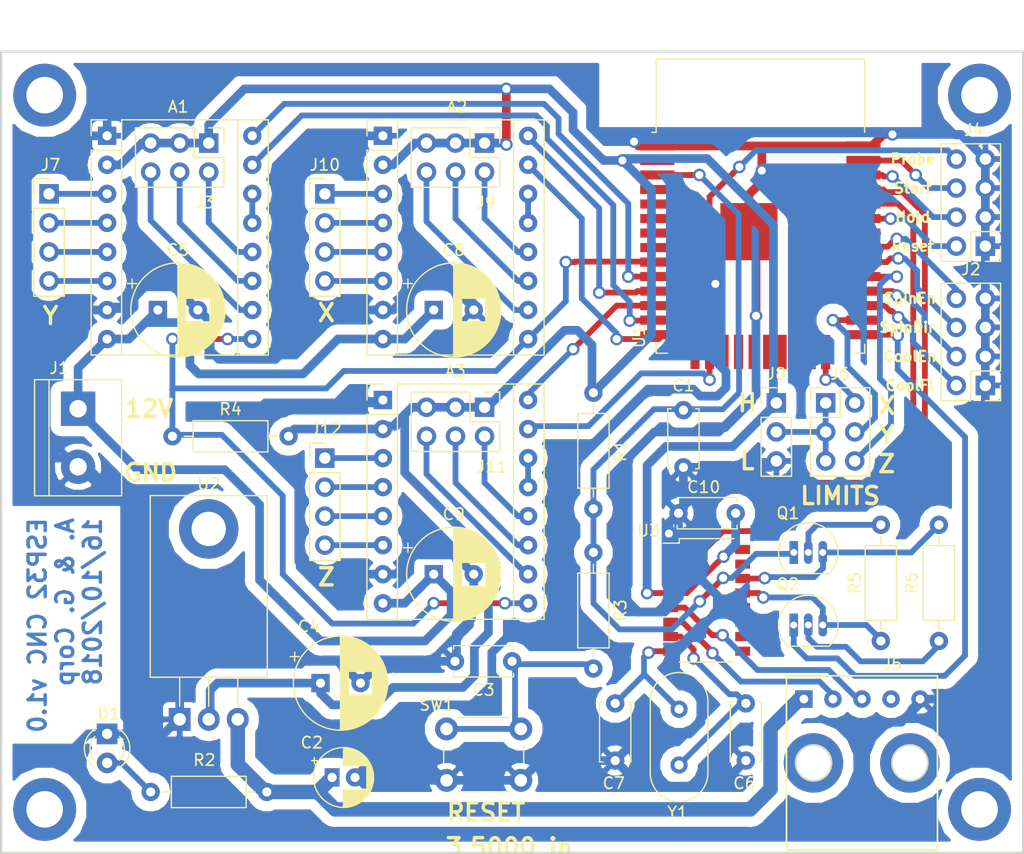
<source format=kicad_pcb>
(kicad_pcb (version 20171130) (host pcbnew "(5.0.0)")
  (layers (0 F.Cu signal) (31 B.Cu signal) (34 B.Paste user hide) (35 F.Paste user hide) (36 B.SilkS user hide) (37 F.SilkS user hide) (38 B.Mask user hide) (39 F.Mask user hide) (44 Edge.Cuts user))
  (net 0 "")
  (net 1 "Net-(U1-Pad4)")
  (net 2 "Net-(U1-Pad5)")
  (net 3 "Net-(U1-Pad6)")
  (net 4 "Net-(U1-Pad7)")
  (net 5 "Net-(U1-Pad17)")
  (net 6 "Net-(U1-Pad18)")
  (net 7 "Net-(U1-Pad19)")
  (net 8 "Net-(U1-Pad20)")
  (net 9 "Net-(U1-Pad21)")
  (net 10 "Net-(U1-Pad22)")
  (net 11 "Net-(U1-Pad23)")
  (net 12 "Net-(U1-Pad32)")
  (net 13 GND)
  (net 14 EN)
  (net 15 VDD)
  (net 16 "Net-(A1-Pad10)")
  (net 17 "Net-(A1-Pad3)")
  (net 18 "Net-(A1-Pad11)")
  (net 19 "Net-(A1-Pad4)")
  (net 20 "Net-(A1-Pad12)")
  (net 21 "Net-(A1-Pad5)")
  (net 22 "Net-(A1-Pad13)")
  (net 23 "Net-(A1-Pad6)")
  (net 24 X_STEP)
  (net 25 X_DIR)
  (net 26 Y_DIR)
  (net 27 Y_STEP)
  (net 28 "Net-(A2-Pad13)")
  (net 29 "Net-(A2-Pad6)")
  (net 30 "Net-(A2-Pad5)")
  (net 31 "Net-(A2-Pad12)")
  (net 32 "Net-(A2-Pad4)")
  (net 33 "Net-(A2-Pad11)")
  (net 34 "Net-(A2-Pad3)")
  (net 35 "Net-(A2-Pad10)")
  (net 36 "Net-(A3-Pad10)")
  (net 37 "Net-(A3-Pad3)")
  (net 38 "Net-(A3-Pad11)")
  (net 39 "Net-(A3-Pad4)")
  (net 40 "Net-(A3-Pad12)")
  (net 41 "Net-(A3-Pad5)")
  (net 42 "Net-(A3-Pad13)")
  (net 43 "Net-(A3-Pad6)")
  (net 44 Z_STEP)
  (net 45 Z_DIR)
  (net 46 ESP_EN)
  (net 47 ~)
  (net 48 "Net-(C3-Pad1)")
  (net 49 "Net-(C6-Pad1)")
  (net 50 "Net-(C7-Pad1)")
  (net 51 "Net-(D1-Pad2)")
  (net 52 "Net-(J5-Pad2)")
  (net 53 "Net-(J5-Pad3)")
  (net 54 "Net-(Q1-Pad2)")
  (net 55 /RTS)
  (net 56 /DTR)
  (net 57 "Net-(Q2-Pad2)")
  (net 58 PROBE)
  (net 59 X_LIMIT)
  (net 60 GPIO_0)
  (net 61 Y_LIMIT)
  (net 62 COOLANT_FLOOD)
  (net 63 COOLANT_MIST)
  (net 64 Z_LIMIT)
  (net 65 SPINDLE_DIR)
  (net 66 SPINDLE_EN)
  (net 67 CTRL_RESET)
  (net 68 RX)
  (net 69 TX)
  (net 70 CTRL_FEED_HOLD)
  (net 71 CTRL_CYCLE_START)
  (net 72 "Net-(U3-Pad9)")
  (net 73 "Net-(U3-Pad10)")
  (net 74 "Net-(U3-Pad11)")
  (net 75 "Net-(U3-Pad12)")
  (net 76 "Net-(U3-Pad15)")
  (net 77 VMOT)
  (net 78 "Net-(J6-Pad1)")
  (net 79 "Net-(J5-Pad4)")
  (module RF_Module:ESP32-WROOM-32_LARGE_PADS (layer F.Cu) (at 84.455 36.322)
    (fp_text reference U1 (at -10.61 8.43 90) (layer F.SilkS))
    (fp_text value ESP32-WROOM)
    (pad 38 smd rect (at 9.017 -8.255) (size 3 0.8) (layers F.Cu F.Paste F.Mask) (net 13 GND))
    (pad 37 smd rect (at 9.017 -6.985) (size 3 0.8) (layers F.Cu F.Paste F.Mask) (net 71 CTRL_CYCLE_START))
    (pad 36 smd rect (at 9.008 -5.715) (size 3 0.8) (layers F.Cu F.Paste F.Mask) (net 70 CTRL_FEED_HOLD))
    (pad 35 smd rect (at 9.008 -4.445) (size 3 0.8) (layers F.Cu F.Paste F.Mask) (net 69 TX))
    (pad 34 smd rect (at 9.008 -3.175) (size 3 0.8) (layers F.Cu F.Paste F.Mask) (net 68 RX))
    (pad 33 smd rect (at 9.008 -1.905) (size 3 0.8) (layers F.Cu F.Paste F.Mask) (net 67 CTRL_RESET))
    (pad 32 smd rect (at 9.008 -0.635) (size 3 0.8) (layers F.Cu F.Paste F.Mask) (net 12 "Net-(U1-Pad32)"))
    (pad 31 smd rect (at 9.008 0.635) (size 3 0.8) (layers F.Cu F.Paste F.Mask) (net 66 SPINDLE_EN))
    (pad 30 smd rect (at 9.008 1.905) (size 3 0.8) (layers F.Cu F.Paste F.Mask) (net 65 SPINDLE_DIR))
    (pad 29 smd rect (at 9.008 3.175) (size 3 0.8) (layers F.Cu F.Paste F.Mask) (net 64 Z_LIMIT))
    (pad 28 smd rect (at 9.008 4.445) (size 3 0.8) (layers F.Cu F.Paste F.Mask) (net 63 COOLANT_MIST))
    (pad 27 smd rect (at 9.008 5.715) (size 3 0.8) (layers F.Cu F.Paste F.Mask) (net 62 COOLANT_FLOOD))
    (pad 26 smd rect (at 9.008 6.985) (size 3 0.8) (layers F.Cu F.Paste F.Mask) (net 61 Y_LIMIT))
    (pad 25 smd rect (at 9.008 8.255) (size 3 0.8) (layers F.Cu F.Paste F.Mask) (net 60 GPIO_0))
    (pad 24 smd rect (at 5.715 9.779 90) (size 3 0.8) (layers F.Cu F.Paste F.Mask) (net 59 X_LIMIT))
    (pad 23 smd rect (at 4.445 9.779 90) (size 3 0.8) (layers F.Cu F.Paste F.Mask) (net 11 "Net-(U1-Pad23)"))
    (pad 22 smd rect (at 3.175 9.763 90) (size 3 0.8) (layers F.Cu F.Paste F.Mask) (net 10 "Net-(U1-Pad22)"))
    (pad 21 smd rect (at 1.905 9.763 90) (size 3 0.8) (layers F.Cu F.Paste F.Mask) (net 9 "Net-(U1-Pad21)"))
    (pad 20 smd rect (at 0.635 9.763 90) (size 3 0.8) (layers F.Cu F.Paste F.Mask) (net 8 "Net-(U1-Pad20)"))
    (pad 19 smd rect (at -0.635 9.763 90) (size 3 0.8) (layers F.Cu F.Paste F.Mask) (net 7 "Net-(U1-Pad19)"))
    (pad 18 smd rect (at -1.905 9.763 90) (size 3 0.8) (layers F.Cu F.Paste F.Mask) (net 6 "Net-(U1-Pad18)"))
    (pad 17 smd rect (at -3.175 9.763 90) (size 3 0.8) (layers F.Cu F.Paste F.Mask) (net 5 "Net-(U1-Pad17)"))
    (pad 16 smd rect (at -4.445 9.763 90) (size 3 0.8) (layers F.Cu F.Paste F.Mask) (net 44 Z_STEP))
    (pad 15 smd rect (at -5.715 9.763 90) (size 3 0.8) (layers F.Cu F.Paste F.Mask) (net 13 GND))
    (pad 14 smd rect (at -9.008 8.255) (size 3 0.8) (layers F.Cu F.Paste F.Mask) (net 27 Y_STEP))
    (pad 13 smd rect (at -9.008 6.985) (size 3 0.8) (layers F.Cu F.Paste F.Mask) (net 24 X_STEP))
    (pad 12 smd rect (at -9.008 5.715) (size 3 0.8) (layers F.Cu F.Paste F.Mask) (net 45 Z_DIR))
    (pad 11 smd rect (at -9.008 4.445) (size 3 0.8) (layers F.Cu F.Paste F.Mask) (net 26 Y_DIR))
    (pad 10 smd rect (at -9.008 3.175) (size 3 0.8) (layers F.Cu F.Paste F.Mask) (net 25 X_DIR))
    (pad 9 smd rect (at -9.008 1.905) (size 3 0.8) (layers F.Cu F.Paste F.Mask) (net 14 EN))
    (pad 8 smd rect (at -9.008 0.635) (size 3 0.8) (layers F.Cu F.Paste F.Mask) (net 58 PROBE))
    (pad 7 smd rect (at -9.008 -0.635) (size 3 0.8) (layers F.Cu F.Paste F.Mask) (net 4 "Net-(U1-Pad7)"))
    (pad 6 smd rect (at -9.008 -1.905) (size 3 0.8) (layers F.Cu F.Paste F.Mask) (net 3 "Net-(U1-Pad6)"))
    (pad 5 smd rect (at -9.008 -3.175) (size 3 0.8) (layers F.Cu F.Paste F.Mask) (net 2 "Net-(U1-Pad5)"))
    (pad 4 smd rect (at -9.017 -4.445) (size 3 0.8) (layers F.Cu F.Paste F.Mask) (net 1 "Net-(U1-Pad4)"))
    (pad 3 smd rect (at -9.017 -5.715) (size 3 0.8) (layers F.Cu F.Paste F.Mask) (net 46 ESP_EN))
    (pad 2 smd rect (at -9.017 -6.985) (size 3 0.8) (layers F.Cu F.Paste F.Mask) (net 15 VDD))
    (pad 1 smd rect (at -9.017 -8.255) (size 3 0.8) (layers F.Cu F.Paste F.Mask) (net 13 GND))
    (pad 39 smd rect (at -1 -0.755) (size 5 5) (layers F.Cu F.Paste F.Mask) (net 13 GND))
  )
  (module MountingHole:MountingHole_3.2mm_M3_ISO14580_Pad (layer F.Cu) (at 21.844 23.622)
    (fp_text reference REF** hide)
    (fp_text value MountingHole_3.2mm_M3_ISO14580_Pad)
    (pad 1 thru_hole circle (at 0 0) (size 5.5 5.5) (drill 3.2) (layers *.Cu *.Mask))
  )
  (module MountingHole:MountingHole_3.2mm_M3_ISO14580_Pad (layer F.Cu) (at 21.844 86.106)
    (fp_text reference REF** hide)
    (fp_text value MountingHole_3.2mm_M3_ISO14580_Pad)
    (pad 1 thru_hole circle (at 0 0) (size 5.5 5.5) (drill 3.2) (layers *.Cu *.Mask))
  )
  (module MountingHole:MountingHole_3.2mm_M3_ISO14580_Pad (layer F.Cu) (at 103.632 86.106)
    (fp_text reference REF** hide)
    (fp_text value MountingHole_3.2mm_M3_ISO14580_Pad)
    (pad 1 thru_hole circle (at 0 0) (size 5.5 5.5) (drill 3.2) (layers *.Cu *.Mask))
  )
  (module Capacitor_THT:C_Disc_D5.0mm_W2.5mm_P5.00mm (layer F.Cu) (at 82.296 60.198 180)
    (fp_text reference C10 (at 2.794 2.286 180) (layer F.SilkS))
    (fp_text value 100n)
    (pad 2 thru_hole circle (at 5 0 180) (size 1.6 1.6) (drill 0.8) (layers *.Cu *.Mask) (net 13 GND))
    (pad 1 thru_hole circle (at 0 0 180) (size 1.6 1.6) (drill 0.8) (layers *.Cu *.Mask) (net 15 VDD))
  )
  (module custom:micro_usb_breakout (layer F.Cu) (at 93.345 82.042 270)
    (fp_text reference J5 (at -8.636 -2.667) (layer F.SilkS))
    (fp_text value USB_B_Micro)
    (pad 1 thru_hole rect (at -5.588 5.08 270) (size 1.524 1.524) (drill 0.762) (layers *.Cu *.Mask) (net 47 ~))
    (pad 2 thru_hole circle (at -5.588 2.54 270) (size 1.524 1.524) (drill 0.762) (layers *.Cu *.Mask) (net 52 "Net-(J5-Pad2)"))
    (pad 3 thru_hole circle (at -5.588 0 270) (size 1.524 1.524) (drill 0.762) (layers *.Cu *.Mask) (net 53 "Net-(J5-Pad3)"))
    (pad 4 thru_hole circle (at -5.588 -2.54 270) (size 1.524 1.524) (drill 0.762) (layers *.Cu *.Mask) (net 79 "Net-(J5-Pad4)"))
    (pad 5 thru_hole circle (at -5.588 -5.08 270) (size 1.524 1.524) (drill 0.762) (layers *.Cu *.Mask) (net 13 GND))
    (pad "" np_thru_hole circle (at 0 -4.191 270) (size 5.2 5.2) (drill 3) (layers *.Cu *.Mask))
    (pad "" np_thru_hole circle (at 0 4.2418 270) (size 5.2 5.2) (drill 3) (layers *.Cu *.Mask))
  )
  (module Capacitor_THT:CP_Radial_D5.0mm_P2.00mm (layer F.Cu) (at 46.99 83.312)
    (fp_text reference C2 (at -1.778 -3.048) (layer F.SilkS))
    (fp_text value 10u)
    (pad 2 thru_hole circle (at 2 0) (size 1.6 1.6) (drill 0.8) (layers *.Cu *.Mask) (net 13 GND))
    (pad 1 thru_hole rect (at 0 0) (size 1.3 1.6) (drill 0.8) (layers *.Cu *.Mask) (net 47 ~))
  )
  (module TerminalBlock:TerminalBlock_bornier-2_P5.08mm (layer F.Cu) (at 24.765 51.054 270)
    (fp_text reference J1 (at -3.556 1.651) (layer F.SilkS))
    (fp_text value Conn_01x02)
    (pad 2 thru_hole circle (at 5.08 0 270) (size 3 3) (drill 1.52) (layers *.Cu *.Mask) (net 13 GND))
    (pad 1 thru_hole rect (at 0 0 270) (size 3 3) (drill 1.52) (layers *.Cu *.Mask) (net 77 VMOT))
  )
  (module Connector_PinHeader_2.54mm:PinHeader_2x03_P2.54mm_Vertical (layer F.Cu) (at 90.17 50.546)
    (fp_text reference J6 (at 1.27 -2.54) (layer F.SilkS))
    (fp_text value Limits)
    (pad 6 thru_hole oval (at 2.54 5.08) (size 1.7 1.7) (drill 1) (layers *.Cu *.Mask) (net 64 Z_LIMIT))
    (pad 5 thru_hole oval (at 0 5.08) (size 1.7 1.7) (drill 1) (layers *.Cu *.Mask) (net 78 "Net-(J6-Pad1)"))
    (pad 4 thru_hole oval (at 2.54 2.54) (size 1.7 1.7) (drill 1) (layers *.Cu *.Mask) (net 61 Y_LIMIT))
    (pad 3 thru_hole oval (at 0 2.54) (size 1.7 1.7) (drill 1) (layers *.Cu *.Mask) (net 78 "Net-(J6-Pad1)"))
    (pad 2 thru_hole oval (at 2.54 0) (size 1.7 1.7) (drill 1) (layers *.Cu *.Mask) (net 59 X_LIMIT))
    (pad 1 thru_hole rect (at 0 0) (size 1.7 1.7) (drill 1) (layers *.Cu *.Mask) (net 78 "Net-(J6-Pad1)"))
  )
  (module Connector_PinHeader_2.54mm:PinHeader_2x03_P2.54mm_Vertical (layer F.Cu) (at 60.325 27.813 270)
    (fp_text reference J9 (at 5.207 -0.127) (layer F.SilkS))
    (fp_text value "Y Microstep")
    (pad 6 thru_hole oval (at 2.54 5.08 270) (size 1.7 1.7) (drill 1) (layers *.Cu *.Mask) (net 35 "Net-(A2-Pad10)"))
    (pad 5 thru_hole oval (at 0 5.08 270) (size 1.7 1.7) (drill 1) (layers *.Cu *.Mask) (net 15 VDD))
    (pad 4 thru_hole oval (at 2.54 2.54 270) (size 1.7 1.7) (drill 1) (layers *.Cu *.Mask) (net 33 "Net-(A2-Pad11)"))
    (pad 3 thru_hole oval (at 0 2.54 270) (size 1.7 1.7) (drill 1) (layers *.Cu *.Mask) (net 15 VDD))
    (pad 2 thru_hole oval (at 2.54 0 270) (size 1.7 1.7) (drill 1) (layers *.Cu *.Mask) (net 31 "Net-(A2-Pad12)"))
    (pad 1 thru_hole rect (at 0 0 270) (size 1.7 1.7) (drill 1) (layers *.Cu *.Mask) (net 15 VDD))
  )
  (module Connector_PinHeader_2.54mm:PinHeader_2x03_P2.54mm_Vertical (layer F.Cu) (at 36.195 27.813 270)
    (fp_text reference J3 (at 5.207 0.381) (layer F.SilkS))
    (fp_text value "X Microstep")
    (pad 6 thru_hole oval (at 2.54 5.08 270) (size 1.7 1.7) (drill 1) (layers *.Cu *.Mask) (net 16 "Net-(A1-Pad10)"))
    (pad 5 thru_hole oval (at 0 5.08 270) (size 1.7 1.7) (drill 1) (layers *.Cu *.Mask) (net 15 VDD))
    (pad 4 thru_hole oval (at 2.54 2.54 270) (size 1.7 1.7) (drill 1) (layers *.Cu *.Mask) (net 18 "Net-(A1-Pad11)"))
    (pad 3 thru_hole oval (at 0 2.54 270) (size 1.7 1.7) (drill 1) (layers *.Cu *.Mask) (net 15 VDD))
    (pad 2 thru_hole oval (at 2.54 0 270) (size 1.7 1.7) (drill 1) (layers *.Cu *.Mask) (net 20 "Net-(A1-Pad12)"))
    (pad 1 thru_hole rect (at 0 0 270) (size 1.7 1.7) (drill 1) (layers *.Cu *.Mask) (net 15 VDD))
  )
  (module Connector_PinHeader_2.54mm:PinHeader_2x03_P2.54mm_Vertical (layer F.Cu) (at 60.325 50.927 270)
    (fp_text reference J11 (at 5.207 -0.635) (layer F.SilkS))
    (fp_text value "Z Microstep")
    (pad 6 thru_hole oval (at 2.54 5.08 270) (size 1.7 1.7) (drill 1) (layers *.Cu *.Mask) (net 36 "Net-(A3-Pad10)"))
    (pad 5 thru_hole oval (at 0 5.08 270) (size 1.7 1.7) (drill 1) (layers *.Cu *.Mask) (net 15 VDD))
    (pad 4 thru_hole oval (at 2.54 2.54 270) (size 1.7 1.7) (drill 1) (layers *.Cu *.Mask) (net 38 "Net-(A3-Pad11)"))
    (pad 3 thru_hole oval (at 0 2.54 270) (size 1.7 1.7) (drill 1) (layers *.Cu *.Mask) (net 15 VDD))
    (pad 2 thru_hole oval (at 2.54 0 270) (size 1.7 1.7) (drill 1) (layers *.Cu *.Mask) (net 40 "Net-(A3-Pad12)"))
    (pad 1 thru_hole rect (at 0 0 270) (size 1.7 1.7) (drill 1) (layers *.Cu *.Mask) (net 15 VDD))
  )
  (module Connector_PinHeader_2.54mm:PinHeader_2x04_P2.54mm_Vertical (layer F.Cu) (at 104.14 36.83 180)
    (fp_text reference J4 (at 1.016 10.16 180) (layer F.SilkS))
    (fp_text value Inputs)
    (pad 8 thru_hole oval (at 2.54 7.62 180) (size 1.7 1.7) (drill 1) (layers *.Cu *.Mask) (net 58 PROBE))
    (pad 7 thru_hole oval (at 0 7.62 180) (size 1.7 1.7) (drill 1) (layers *.Cu *.Mask) (net 13 GND))
    (pad 6 thru_hole oval (at 2.54 5.08 180) (size 1.7 1.7) (drill 1) (layers *.Cu *.Mask) (net 71 CTRL_CYCLE_START))
    (pad 5 thru_hole oval (at 0 5.08 180) (size 1.7 1.7) (drill 1) (layers *.Cu *.Mask) (net 13 GND))
    (pad 4 thru_hole oval (at 2.54 2.54 180) (size 1.7 1.7) (drill 1) (layers *.Cu *.Mask) (net 70 CTRL_FEED_HOLD))
    (pad 3 thru_hole oval (at 0 2.54 180) (size 1.7 1.7) (drill 1) (layers *.Cu *.Mask) (net 13 GND))
    (pad 2 thru_hole oval (at 2.54 0 180) (size 1.7 1.7) (drill 1) (layers *.Cu *.Mask) (net 67 CTRL_RESET))
    (pad 1 thru_hole rect (at 0 0 180) (size 1.7 1.7) (drill 1) (layers *.Cu *.Mask) (net 13 GND))
  )
  (module Connector_PinHeader_2.54mm:PinHeader_2x04_P2.54mm_Vertical (layer F.Cu) (at 104.14 49.022 180)
    (fp_text reference J2 (at 1.27 10.16 180) (layer F.SilkS))
    (fp_text value Outputs)
    (pad 8 thru_hole oval (at 2.54 7.62 180) (size 1.7 1.7) (drill 1) (layers *.Cu *.Mask) (net 66 SPINDLE_EN))
    (pad 7 thru_hole oval (at 0 7.62 180) (size 1.7 1.7) (drill 1) (layers *.Cu *.Mask) (net 13 GND))
    (pad 6 thru_hole oval (at 2.54 5.08 180) (size 1.7 1.7) (drill 1) (layers *.Cu *.Mask) (net 65 SPINDLE_DIR))
    (pad 5 thru_hole oval (at 0 5.08 180) (size 1.7 1.7) (drill 1) (layers *.Cu *.Mask) (net 13 GND))
    (pad 4 thru_hole oval (at 2.54 2.54 180) (size 1.7 1.7) (drill 1) (layers *.Cu *.Mask) (net 63 COOLANT_MIST))
    (pad 3 thru_hole oval (at 0 2.54 180) (size 1.7 1.7) (drill 1) (layers *.Cu *.Mask) (net 13 GND))
    (pad 2 thru_hole oval (at 2.54 0 180) (size 1.7 1.7) (drill 1) (layers *.Cu *.Mask) (net 62 COOLANT_FLOOD))
    (pad 1 thru_hole rect (at 0 0 180) (size 1.7 1.7) (drill 1) (layers *.Cu *.Mask) (net 13 GND))
  )
  (module Module:Pololu_Breakout-16_15.2x20.3mm (layer F.Cu) (at 27.305 27.178)
    (fp_text reference A1 (at 6.223 -2.54) (layer F.SilkS))
    (fp_text value Pololu_Breakout_A4988)
    (pad 16 thru_hole oval (at 12.7 0) (size 1.6 1.6) (drill 0.8) (layers *.Cu *.Mask) (net 25 X_DIR))
    (pad 8 thru_hole oval (at 0 17.78) (size 1.6 1.6) (drill 0.8) (layers *.Cu *.Mask) (net 77 VMOT))
    (pad 15 thru_hole oval (at 12.7 2.54) (size 1.6 1.6) (drill 0.8) (layers *.Cu *.Mask) (net 24 X_STEP))
    (pad 7 thru_hole oval (at 0 15.24) (size 1.6 1.6) (drill 0.8) (layers *.Cu *.Mask) (net 13 GND))
    (pad 14 thru_hole oval (at 12.7 5.08) (size 1.6 1.6) (drill 0.8) (layers *.Cu *.Mask) (net 22 "Net-(A1-Pad13)"))
    (pad 6 thru_hole oval (at 0 12.7) (size 1.6 1.6) (drill 0.8) (layers *.Cu *.Mask) (net 23 "Net-(A1-Pad6)"))
    (pad 13 thru_hole oval (at 12.7 7.62) (size 1.6 1.6) (drill 0.8) (layers *.Cu *.Mask) (net 22 "Net-(A1-Pad13)"))
    (pad 5 thru_hole oval (at 0 10.16) (size 1.6 1.6) (drill 0.8) (layers *.Cu *.Mask) (net 21 "Net-(A1-Pad5)"))
    (pad 12 thru_hole oval (at 12.7 10.16) (size 1.6 1.6) (drill 0.8) (layers *.Cu *.Mask) (net 20 "Net-(A1-Pad12)"))
    (pad 4 thru_hole oval (at 0 7.62) (size 1.6 1.6) (drill 0.8) (layers *.Cu *.Mask) (net 19 "Net-(A1-Pad4)"))
    (pad 11 thru_hole oval (at 12.7 12.7) (size 1.6 1.6) (drill 0.8) (layers *.Cu *.Mask) (net 18 "Net-(A1-Pad11)"))
    (pad 3 thru_hole oval (at 0 5.08) (size 1.6 1.6) (drill 0.8) (layers *.Cu *.Mask) (net 17 "Net-(A1-Pad3)"))
    (pad 10 thru_hole oval (at 12.7 15.24) (size 1.6 1.6) (drill 0.8) (layers *.Cu *.Mask) (net 16 "Net-(A1-Pad10)"))
    (pad 2 thru_hole oval (at 0 2.54) (size 1.6 1.6) (drill 0.8) (layers *.Cu *.Mask) (net 15 VDD))
    (pad 9 thru_hole oval (at 12.7 17.78) (size 1.6 1.6) (drill 0.8) (layers *.Cu *.Mask) (net 14 EN))
    (pad 1 thru_hole rect (at 0 0) (size 1.6 1.6) (drill 0.8) (layers *.Cu *.Mask) (net 13 GND))
  )
  (module Module:Pololu_Breakout-16_15.2x20.3mm (layer F.Cu) (at 51.435 27.178)
    (fp_text reference A2 (at 6.477 -2.54) (layer F.SilkS))
    (fp_text value Pololu_Breakout_A4988)
    (pad 16 thru_hole oval (at 12.7 0) (size 1.6 1.6) (drill 0.8) (layers *.Cu *.Mask) (net 26 Y_DIR))
    (pad 8 thru_hole oval (at 0 17.78) (size 1.6 1.6) (drill 0.8) (layers *.Cu *.Mask) (net 77 VMOT))
    (pad 15 thru_hole oval (at 12.7 2.54) (size 1.6 1.6) (drill 0.8) (layers *.Cu *.Mask) (net 27 Y_STEP))
    (pad 7 thru_hole oval (at 0 15.24) (size 1.6 1.6) (drill 0.8) (layers *.Cu *.Mask) (net 13 GND))
    (pad 14 thru_hole oval (at 12.7 5.08) (size 1.6 1.6) (drill 0.8) (layers *.Cu *.Mask) (net 28 "Net-(A2-Pad13)"))
    (pad 6 thru_hole oval (at 0 12.7) (size 1.6 1.6) (drill 0.8) (layers *.Cu *.Mask) (net 29 "Net-(A2-Pad6)"))
    (pad 13 thru_hole oval (at 12.7 7.62) (size 1.6 1.6) (drill 0.8) (layers *.Cu *.Mask) (net 28 "Net-(A2-Pad13)"))
    (pad 5 thru_hole oval (at 0 10.16) (size 1.6 1.6) (drill 0.8) (layers *.Cu *.Mask) (net 30 "Net-(A2-Pad5)"))
    (pad 12 thru_hole oval (at 12.7 10.16) (size 1.6 1.6) (drill 0.8) (layers *.Cu *.Mask) (net 31 "Net-(A2-Pad12)"))
    (pad 4 thru_hole oval (at 0 7.62) (size 1.6 1.6) (drill 0.8) (layers *.Cu *.Mask) (net 32 "Net-(A2-Pad4)"))
    (pad 11 thru_hole oval (at 12.7 12.7) (size 1.6 1.6) (drill 0.8) (layers *.Cu *.Mask) (net 33 "Net-(A2-Pad11)"))
    (pad 3 thru_hole oval (at 0 5.08) (size 1.6 1.6) (drill 0.8) (layers *.Cu *.Mask) (net 34 "Net-(A2-Pad3)"))
    (pad 10 thru_hole oval (at 12.7 15.24) (size 1.6 1.6) (drill 0.8) (layers *.Cu *.Mask) (net 35 "Net-(A2-Pad10)"))
    (pad 2 thru_hole oval (at 0 2.54) (size 1.6 1.6) (drill 0.8) (layers *.Cu *.Mask) (net 15 VDD))
    (pad 9 thru_hole oval (at 12.7 17.78) (size 1.6 1.6) (drill 0.8) (layers *.Cu *.Mask) (net 14 EN))
    (pad 1 thru_hole rect (at 0 0) (size 1.6 1.6) (drill 0.8) (layers *.Cu *.Mask) (net 13 GND))
  )
  (module Module:Pololu_Breakout-16_15.2x20.3mm (layer F.Cu) (at 51.435 50.292)
    (fp_text reference A3 (at 6.35 -2.54) (layer F.SilkS))
    (fp_text value Pololu_Breakout_A4988)
    (pad 16 thru_hole oval (at 12.7 0) (size 1.6 1.6) (drill 0.8) (layers *.Cu *.Mask) (net 45 Z_DIR))
    (pad 8 thru_hole oval (at 0 17.78) (size 1.6 1.6) (drill 0.8) (layers *.Cu *.Mask) (net 77 VMOT))
    (pad 15 thru_hole oval (at 12.7 2.54) (size 1.6 1.6) (drill 0.8) (layers *.Cu *.Mask) (net 44 Z_STEP))
    (pad 7 thru_hole oval (at 0 15.24) (size 1.6 1.6) (drill 0.8) (layers *.Cu *.Mask) (net 13 GND))
    (pad 14 thru_hole oval (at 12.7 5.08) (size 1.6 1.6) (drill 0.8) (layers *.Cu *.Mask) (net 42 "Net-(A3-Pad13)"))
    (pad 6 thru_hole oval (at 0 12.7) (size 1.6 1.6) (drill 0.8) (layers *.Cu *.Mask) (net 43 "Net-(A3-Pad6)"))
    (pad 13 thru_hole oval (at 12.7 7.62) (size 1.6 1.6) (drill 0.8) (layers *.Cu *.Mask) (net 42 "Net-(A3-Pad13)"))
    (pad 5 thru_hole oval (at 0 10.16) (size 1.6 1.6) (drill 0.8) (layers *.Cu *.Mask) (net 41 "Net-(A3-Pad5)"))
    (pad 12 thru_hole oval (at 12.7 10.16) (size 1.6 1.6) (drill 0.8) (layers *.Cu *.Mask) (net 40 "Net-(A3-Pad12)"))
    (pad 4 thru_hole oval (at 0 7.62) (size 1.6 1.6) (drill 0.8) (layers *.Cu *.Mask) (net 39 "Net-(A3-Pad4)"))
    (pad 11 thru_hole oval (at 12.7 12.7) (size 1.6 1.6) (drill 0.8) (layers *.Cu *.Mask) (net 38 "Net-(A3-Pad11)"))
    (pad 3 thru_hole oval (at 0 5.08) (size 1.6 1.6) (drill 0.8) (layers *.Cu *.Mask) (net 37 "Net-(A3-Pad3)"))
    (pad 10 thru_hole oval (at 12.7 15.24) (size 1.6 1.6) (drill 0.8) (layers *.Cu *.Mask) (net 36 "Net-(A3-Pad10)"))
    (pad 2 thru_hole oval (at 0 2.54) (size 1.6 1.6) (drill 0.8) (layers *.Cu *.Mask) (net 15 VDD))
    (pad 9 thru_hole oval (at 12.7 17.78) (size 1.6 1.6) (drill 0.8) (layers *.Cu *.Mask) (net 14 EN))
    (pad 1 thru_hole rect (at 0 0) (size 1.6 1.6) (drill 0.8) (layers *.Cu *.Mask) (net 13 GND))
  )
  (module Capacitor_THT:C_Disc_D5.0mm_W2.5mm_P5.00mm (layer F.Cu) (at 77.724 51.181 270)
    (fp_text reference C1 (at -2.159 0) (layer F.SilkS))
    (fp_text value 1n)
    (pad 2 thru_hole circle (at 5 0 270) (size 1.6 1.6) (drill 0.8) (layers *.Cu *.Mask) (net 13 GND))
    (pad 1 thru_hole circle (at 0 0 270) (size 1.6 1.6) (drill 0.8) (layers *.Cu *.Mask) (net 46 ESP_EN))
  )
  (module Capacitor_THT:C_Disc_D5.0mm_W2.5mm_P5.00mm (layer F.Cu) (at 62.738 73.152 180)
    (fp_text reference C3 (at 2.5 -2.5 180) (layer F.SilkS))
    (fp_text value 1n)
    (pad 2 thru_hole circle (at 5 0 180) (size 1.6 1.6) (drill 0.8) (layers *.Cu *.Mask) (net 13 GND))
    (pad 1 thru_hole circle (at 0 0 180) (size 1.6 1.6) (drill 0.8) (layers *.Cu *.Mask) (net 48 "Net-(C3-Pad1)"))
  )
  (module Capacitor_THT:CP_Radial_D8.0mm_P3.50mm (layer F.Cu) (at 45.974 75.057)
    (fp_text reference C4 (at -1.016 -4.953) (layer F.SilkS))
    (fp_text value 100u)
    (pad 2 thru_hole circle (at 3.5 0) (size 1.6 1.6) (drill 0.8) (layers *.Cu *.Mask) (net 13 GND))
    (pad 1 thru_hole rect (at 0 0) (size 1.6 1.6) (drill 0.8) (layers *.Cu *.Mask) (net 15 VDD))
  )
  (module Capacitor_THT:CP_Radial_D8.0mm_P3.50mm (layer F.Cu) (at 31.75 42.418)
    (fp_text reference C5 (at 1.75 -5.25) (layer F.SilkS))
    (fp_text value 100u)
    (pad 2 thru_hole circle (at 3.5 0) (size 1.6 1.6) (drill 0.8) (layers *.Cu *.Mask) (net 13 GND))
    (pad 1 thru_hole rect (at 0 0) (size 1.6 1.6) (drill 0.8) (layers *.Cu *.Mask) (net 77 VMOT))
  )
  (module Capacitor_THT:C_Disc_D5.0mm_W2.5mm_P5.00mm (layer F.Cu) (at 83.185 76.835 270)
    (fp_text reference C6 (at 6.985 0.127) (layer F.SilkS))
    (fp_text value 22p)
    (pad 2 thru_hole circle (at 5 0 270) (size 1.6 1.6) (drill 0.8) (layers *.Cu *.Mask) (net 13 GND))
    (pad 1 thru_hole circle (at 0 0 270) (size 1.6 1.6) (drill 0.8) (layers *.Cu *.Mask) (net 49 "Net-(C6-Pad1)"))
  )
  (module Capacitor_THT:C_Disc_D5.0mm_W2.5mm_P5.00mm (layer F.Cu) (at 71.755 76.835 270)
    (fp_text reference C7 (at 6.985 0.127) (layer F.SilkS))
    (fp_text value 22p)
    (pad 2 thru_hole circle (at 5 0 270) (size 1.6 1.6) (drill 0.8) (layers *.Cu *.Mask) (net 13 GND))
    (pad 1 thru_hole circle (at 0 0 270) (size 1.6 1.6) (drill 0.8) (layers *.Cu *.Mask) (net 50 "Net-(C7-Pad1)"))
  )
  (module Capacitor_THT:CP_Radial_D8.0mm_P3.50mm (layer F.Cu) (at 55.88 42.418)
    (fp_text reference C8 (at 1.75 -5.25) (layer F.SilkS))
    (fp_text value 100u)
    (pad 2 thru_hole circle (at 3.5 0) (size 1.6 1.6) (drill 0.8) (layers *.Cu *.Mask) (net 13 GND))
    (pad 1 thru_hole rect (at 0 0) (size 1.6 1.6) (drill 0.8) (layers *.Cu *.Mask) (net 77 VMOT))
  )
  (module Capacitor_THT:CP_Radial_D8.0mm_P3.50mm (layer F.Cu) (at 55.88 65.532)
    (fp_text reference C9 (at 1.75 -5.25) (layer F.SilkS))
    (fp_text value 100u)
    (pad 2 thru_hole circle (at 3.5 0) (size 1.6 1.6) (drill 0.8) (layers *.Cu *.Mask) (net 13 GND))
    (pad 1 thru_hole rect (at 0 0) (size 1.6 1.6) (drill 0.8) (layers *.Cu *.Mask) (net 77 VMOT))
  )
  (module LED_THT:LED_D3.0mm (layer F.Cu) (at 27.305 79.502 270)
    (fp_text reference D1 (at -1.778 -0.127) (layer F.SilkS))
    (fp_text value "Red LED")
    (pad 2 thru_hole circle (at 2.54 0 270) (size 1.8 1.8) (drill 0.9) (layers *.Cu *.Mask) (net 51 "Net-(D1-Pad2)"))
    (pad 1 thru_hole rect (at 0 0 270) (size 1.8 1.8) (drill 0.9) (layers *.Cu *.Mask) (net 13 GND))
  )
  (module Connector_PinHeader_2.54mm:PinHeader_1x04_P2.54mm_Vertical (layer F.Cu) (at 22.225 32.258)
    (fp_text reference J7 (at 0.127 -2.54) (layer F.SilkS))
    (fp_text value "X Motor")
    (pad 4 thru_hole oval (at 0 7.62) (size 1.7 1.7) (drill 1) (layers *.Cu *.Mask) (net 23 "Net-(A1-Pad6)"))
    (pad 3 thru_hole oval (at 0 5.08) (size 1.7 1.7) (drill 1) (layers *.Cu *.Mask) (net 21 "Net-(A1-Pad5)"))
    (pad 2 thru_hole oval (at 0 2.54) (size 1.7 1.7) (drill 1) (layers *.Cu *.Mask) (net 19 "Net-(A1-Pad4)"))
    (pad 1 thru_hole rect (at 0 0) (size 1.7 1.7) (drill 1) (layers *.Cu *.Mask) (net 17 "Net-(A1-Pad3)"))
  )
  (module Connector_PinHeader_2.54mm:PinHeader_1x03_P2.54mm_Vertical (layer F.Cu) (at 85.852 50.546)
    (fp_text reference J8 (at 0 -2.54) (layer F.SilkS))
    (fp_text value "Limits Sel")
    (pad 3 thru_hole oval (at 0 5.08) (size 1.7 1.7) (drill 1) (layers *.Cu *.Mask) (net 13 GND))
    (pad 2 thru_hole oval (at 0 2.54) (size 1.7 1.7) (drill 1) (layers *.Cu *.Mask) (net 78 "Net-(J6-Pad1)"))
    (pad 1 thru_hole rect (at 0 0) (size 1.7 1.7) (drill 1) (layers *.Cu *.Mask) (net 15 VDD))
  )
  (module Connector_PinHeader_2.54mm:PinHeader_1x04_P2.54mm_Vertical (layer F.Cu) (at 46.355 32.258)
    (fp_text reference J10 (at 0 -2.54) (layer F.SilkS))
    (fp_text value "Y Motor")
    (pad 4 thru_hole oval (at 0 7.62) (size 1.7 1.7) (drill 1) (layers *.Cu *.Mask) (net 29 "Net-(A2-Pad6)"))
    (pad 3 thru_hole oval (at 0 5.08) (size 1.7 1.7) (drill 1) (layers *.Cu *.Mask) (net 30 "Net-(A2-Pad5)"))
    (pad 2 thru_hole oval (at 0 2.54) (size 1.7 1.7) (drill 1) (layers *.Cu *.Mask) (net 32 "Net-(A2-Pad4)"))
    (pad 1 thru_hole rect (at 0 0) (size 1.7 1.7) (drill 1) (layers *.Cu *.Mask) (net 34 "Net-(A2-Pad3)"))
  )
  (module Connector_PinHeader_2.54mm:PinHeader_1x04_P2.54mm_Vertical (layer F.Cu) (at 46.355 55.372)
    (fp_text reference J12 (at 0.127 -2.54) (layer F.SilkS))
    (fp_text value "Z Motor")
    (pad 4 thru_hole oval (at 0 7.62) (size 1.7 1.7) (drill 1) (layers *.Cu *.Mask) (net 43 "Net-(A3-Pad6)"))
    (pad 3 thru_hole oval (at 0 5.08) (size 1.7 1.7) (drill 1) (layers *.Cu *.Mask) (net 41 "Net-(A3-Pad5)"))
    (pad 2 thru_hole oval (at 0 2.54) (size 1.7 1.7) (drill 1) (layers *.Cu *.Mask) (net 39 "Net-(A3-Pad4)"))
    (pad 1 thru_hole rect (at 0 0) (size 1.7 1.7) (drill 1) (layers *.Cu *.Mask) (net 37 "Net-(A3-Pad3)"))
  )
  (module Package_TO_SOT_THT:TO-92_Inline (layer F.Cu) (at 87.376 63.627)
    (fp_text reference Q1 (at -0.508 -3.429) (layer F.SilkS))
    (fp_text value BC547)
    (pad 1 thru_hole rect (at 0 0) (size 0.75 2) (drill 0.6) (layers *.Cu *.Mask) (net 46 ESP_EN))
    (pad 3 thru_hole oval (at 2.54 0) (size 0.75 2) (drill 0.6) (layers *.Cu *.Mask) (net 55 /RTS))
    (pad 2 thru_hole oval (at 1.27 0) (size 0.75 2) (drill 0.6) (layers *.Cu *.Mask) (net 54 "Net-(Q1-Pad2)"))
  )
  (module Package_TO_SOT_THT:TO-92_Inline (layer F.Cu) (at 87.376 69.977)
    (fp_text reference Q2 (at -0.508 -3.56) (layer F.SilkS))
    (fp_text value BC547)
    (pad 1 thru_hole rect (at 0 0) (size 0.75 2) (drill 0.6) (layers *.Cu *.Mask) (net 60 GPIO_0))
    (pad 3 thru_hole oval (at 2.54 0) (size 0.75 2) (drill 0.6) (layers *.Cu *.Mask) (net 56 /DTR))
    (pad 2 thru_hole oval (at 1.27 0) (size 0.75 2) (drill 0.6) (layers *.Cu *.Mask) (net 57 "Net-(Q2-Pad2)"))
  )
  (module Resistor_THT:R_Axial_DIN0207_L6.3mm_D2.5mm_P10.16mm_Horizontal (layer F.Cu) (at 69.85 49.657 270)
    (fp_text reference R1 (at 5.08 -2.37 270) (layer F.SilkS))
    (fp_text value 12K)
    (pad 2 thru_hole oval (at 10.16 0 270) (size 1.6 1.6) (drill 0.8) (layers *.Cu *.Mask) (net 46 ESP_EN))
    (pad 1 thru_hole circle (at 0 0 270) (size 1.6 1.6) (drill 0.8) (layers *.Cu *.Mask) (net 15 VDD))
  )
  (module Resistor_THT:R_Axial_DIN0207_L6.3mm_D2.5mm_P10.16mm_Horizontal (layer F.Cu) (at 41.275 84.582 180)
    (fp_text reference R2 (at 5.461 2.794 180) (layer F.SilkS))
    (fp_text value 680)
    (pad 2 thru_hole oval (at 10.16 0 180) (size 1.6 1.6) (drill 0.8) (layers *.Cu *.Mask) (net 51 "Net-(D1-Pad2)"))
    (pad 1 thru_hole circle (at 0 0 180) (size 1.6 1.6) (drill 0.8) (layers *.Cu *.Mask) (net 47 ~))
  )
  (module Resistor_THT:R_Axial_DIN0207_L6.3mm_D2.5mm_P10.16mm_Horizontal (layer F.Cu) (at 69.85 63.627 270)
    (fp_text reference R3 (at 5.08 -2.37 270) (layer F.SilkS))
    (fp_text value 470)
    (pad 2 thru_hole oval (at 10.16 0 270) (size 1.6 1.6) (drill 0.8) (layers *.Cu *.Mask) (net 48 "Net-(C3-Pad1)"))
    (pad 1 thru_hole circle (at 0 0 270) (size 1.6 1.6) (drill 0.8) (layers *.Cu *.Mask) (net 46 ESP_EN))
  )
  (module Resistor_THT:R_Axial_DIN0207_L6.3mm_D2.5mm_P10.16mm_Horizontal (layer F.Cu) (at 33.02 53.467)
    (fp_text reference R4 (at 5.08 -2.37) (layer F.SilkS))
    (fp_text value 12K)
    (pad 2 thru_hole oval (at 10.16 0) (size 1.6 1.6) (drill 0.8) (layers *.Cu *.Mask) (net 15 VDD))
    (pad 1 thru_hole circle (at 0 0) (size 1.6 1.6) (drill 0.8) (layers *.Cu *.Mask) (net 14 EN))
  )
  (module Resistor_THT:R_Axial_DIN0207_L6.3mm_D2.5mm_P10.16mm_Horizontal (layer F.Cu) (at 94.996 61.214 270)
    (fp_text reference R5 (at 5.08 2.286 270) (layer F.SilkS))
    (fp_text value 12K)
    (pad 2 thru_hole oval (at 10.16 0 270) (size 1.6 1.6) (drill 0.8) (layers *.Cu *.Mask) (net 56 /DTR))
    (pad 1 thru_hole circle (at 0 0 270) (size 1.6 1.6) (drill 0.8) (layers *.Cu *.Mask) (net 54 "Net-(Q1-Pad2)"))
  )
  (module Resistor_THT:R_Axial_DIN0207_L6.3mm_D2.5mm_P10.16mm_Horizontal (layer F.Cu) (at 100.076 71.374 90)
    (fp_text reference R6 (at 5.08 -2.37 90) (layer F.SilkS))
    (fp_text value 12K)
    (pad 2 thru_hole oval (at 10.16 0 90) (size 1.6 1.6) (drill 0.8) (layers *.Cu *.Mask) (net 55 /RTS))
    (pad 1 thru_hole circle (at 0 0 90) (size 1.6 1.6) (drill 0.8) (layers *.Cu *.Mask) (net 57 "Net-(Q2-Pad2)"))
  )
  (module Button_Switch_THT:SW_PUSH_6mm (layer F.Cu) (at 63.5 83.566 180)
    (fp_text reference SW1 (at 7.366 6.604 180) (layer F.SilkS))
    (fp_text value Reset)
    (pad 1 thru_hole circle (at 6.5 0 270) (size 2 2) (drill 1.1) (layers *.Cu *.Mask) (net 13 GND))
    (pad 2 thru_hole circle (at 6.5 4.5 270) (size 2 2) (drill 1.1) (layers *.Cu *.Mask) (net 48 "Net-(C3-Pad1)"))
    (pad 1 thru_hole circle (at 0 0 270) (size 2 2) (drill 1.1) (layers *.Cu *.Mask) (net 13 GND))
    (pad 2 thru_hole circle (at 0 4.5 270) (size 2 2) (drill 1.1) (layers *.Cu *.Mask) (net 48 "Net-(C3-Pad1)"))
  )
  (module Package_TO_SOT_THT:TO-220-3_Horizontal_TabDown (layer F.Cu) (at 33.655 78.232)
    (fp_text reference U2 (at 2.54 -20.58) (layer F.SilkS))
    (fp_text value LM1117-3.3)
    (pad 3 thru_hole oval (at 5.08 0) (size 1.905 2) (drill 1.1) (layers *.Cu *.Mask) (net 47 ~))
    (pad 2 thru_hole oval (at 2.54 0) (size 1.905 2) (drill 1.1) (layers *.Cu *.Mask) (net 15 VDD))
    (pad 1 thru_hole rect (at 0 0) (size 1.905 2) (drill 1.1) (layers *.Cu *.Mask) (net 13 GND))
    (pad "" np_thru_hole circle (at 2.54 -16.66) (size 5.2 5.2) (drill 3) (layers *.Cu *.Mask))
  )
  (module Package_SO:SOP-16_4.4x10.4mm_P1.27mm (layer F.Cu) (at 79.756 67.818)
    (fp_text reference U3 (at -5.08 -6.096) (layer F.SilkS))
    (fp_text value CH340G)
    (pad 16 smd rect (at 3.15 -4.45) (size 1.3 0.8) (layers F.Cu F.Paste F.Mask) (net 15 VDD))
    (pad 15 smd rect (at 3.15 -3.17) (size 1.3 0.8) (layers F.Cu F.Paste F.Mask) (net 76 "Net-(U3-Pad15)"))
    (pad 14 smd rect (at 3.15 -1.91) (size 1.3 0.8) (layers F.Cu F.Paste F.Mask) (net 55 /RTS))
    (pad 13 smd rect (at 3.15 -0.64) (size 1.3 0.8) (layers F.Cu F.Paste F.Mask) (net 56 /DTR))
    (pad 12 smd rect (at 3.15 0.64) (size 1.3 0.8) (layers F.Cu F.Paste F.Mask) (net 75 "Net-(U3-Pad12)"))
    (pad 11 smd rect (at 3.15 1.91) (size 1.3 0.8) (layers F.Cu F.Paste F.Mask) (net 74 "Net-(U3-Pad11)"))
    (pad 10 smd rect (at 3.15 3.17) (size 1.3 0.8) (layers F.Cu F.Paste F.Mask) (net 73 "Net-(U3-Pad10)"))
    (pad 9 smd rect (at 3.15 4.45) (size 1.3 0.8) (layers F.Cu F.Paste F.Mask) (net 72 "Net-(U3-Pad9)"))
    (pad 8 smd rect (at -3.15 4.45) (size 1.3 0.8) (layers F.Cu F.Paste F.Mask) (net 50 "Net-(C7-Pad1)"))
    (pad 7 smd rect (at -3.15 3.17) (size 1.3 0.8) (layers F.Cu F.Paste F.Mask) (net 49 "Net-(C6-Pad1)"))
    (pad 6 smd rect (at -3.15 1.91) (size 1.3 0.8) (layers F.Cu F.Paste F.Mask) (net 52 "Net-(J5-Pad2)"))
    (pad 5 smd rect (at -3.15 0.64) (size 1.3 0.8) (layers F.Cu F.Paste F.Mask) (net 53 "Net-(J5-Pad3)"))
    (pad 4 smd rect (at -3.15 -0.64) (size 1.3 0.8) (layers F.Cu F.Paste F.Mask) (net 15 VDD))
    (pad 3 smd rect (at -3.15 -1.91) (size 1.3 0.8) (layers F.Cu F.Paste F.Mask) (net 69 TX))
    (pad 2 smd rect (at -3.15 -3.17) (size 1.3 0.8) (layers F.Cu F.Paste F.Mask) (net 68 RX))
    (pad 1 smd rect (at -3.15 -4.45) (size 1.3 0.8) (layers F.Cu F.Paste F.Mask) (net 13 GND))
  )
  (module Crystal:Crystal_HC49-U_Vertical (layer F.Cu) (at 77.343 77.343 270)
    (fp_text reference Y1 (at 9.017 0.127) (layer F.SilkS))
    (fp_text value 12Mhz)
    (pad 2 thru_hole circle (at 4.88 0 270) (size 1.5 1.5) (drill 0.8) (layers *.Cu *.Mask) (net 49 "Net-(C6-Pad1)"))
    (pad 1 thru_hole circle (at 0 0 270) (size 1.5 1.5) (drill 0.8) (layers *.Cu *.Mask) (net 50 "Net-(C7-Pad1)"))
  )
  (module MountingHole:MountingHole_3.2mm_M3_ISO14580_Pad (layer F.Cu) (at 103.632 23.622)
    (fp_text reference REF** hide)
    (fp_text value MountingHole_3.2mm_M3_ISO14580_Pad)
    (pad 1 thru_hole circle (at 0 0) (size 5.5 5.5) (drill 3.2) (layers *.Cu *.Mask))
  )
  (gr_line (start 107.442 89.916) (end 18.034 89.916) (layer Edge.Cuts) (width 0.2))
  (gr_line (start 107.442 19.812) (end 107.442 89.916) (layer Edge.Cuts) (width 0.2))
  (gr_line (start 18.034 19.812) (end 107.315 19.812) (layer Edge.Cuts) (width 0.2))
  (gr_line (start 18.034 89.916) (end 18.034 19.812) (layer Edge.Cuts) (width 0.2))
  (gr_circle (center 89.0905 82.042) (end 89.408 82.042) (layer Edge.Cuts) (width 0.2))
  (gr_circle (center 97.536 82.042) (end 97.79 82.042) (layer Edge.Cuts) (width 0.2))
  (gr_text CoolFl (at 97.536 49.022) (layer F.SilkS) (effects (font (size 0.9 0.9) (thickness 0.2))))
  (gr_text CoolEn (at 97.536 46.482) (layer F.SilkS) (effects (font (size 0.9 0.9) (thickness 0.2))))
  (gr_text SpinDir (at 97.282 43.942) (layer F.SilkS) (effects (font (size 0.9 0.9) (thickness 0.2))))
  (gr_text SpinEn (at 97.536 41.402) (layer F.SilkS) (effects (font (size 0.9 0.9) (thickness 0.2))))
  (gr_text Reset (at 97.79 36.83) (layer F.SilkS) (effects (font (size 0.9 0.9) (thickness 0.2))))
  (gr_text Hold (at 97.79 34.29) (layer F.SilkS) (effects (font (size 0.9 0.9) (thickness 0.2))))
  (gr_text Start (at 97.79 31.75) (layer F.SilkS) (effects (font (size 0.9 0.9) (thickness 0.2))))
  (gr_text Probe (at 97.79 29.21) (layer F.SilkS) (effects (font (size 0.9 0.9) (thickness 0.2))))
  (gr_text Z (at 95.504 55.88) (layer F.SilkS) (effects (font (size 1.5 1.5) (thickness 0.3))))
  (gr_text Y (at 95.504 53.34) (layer F.SilkS) (effects (font (size 1.5 1.5) (thickness 0.3))))
  (gr_text X (at 95.504 50.8) (layer F.SilkS) (effects (font (size 1.5 1.5) (thickness 0.3))))
  (gr_text L (at 83.312 55.626) (layer F.SilkS) (effects (font (size 1.5 1.5) (thickness 0.3))))
  (gr_text H (at 83.312 50.546) (layer F.SilkS) (effects (font (size 1.5 1.5) (thickness 0.3))))
  (gr_text LIMITS (at 91.44 58.674) (layer F.SilkS) (effects (font (size 1.5 1.5) (thickness 0.3))))
  (gr_text Z (at 46.482 65.786) (layer F.SilkS) (effects (font (size 1.5 1.5) (thickness 0.3))))
  (gr_text Y (at 22.352 42.926) (layer F.SilkS) (effects (font (size 1.5 1.5) (thickness 0.3))))
  (gr_text X (at 46.482 42.672) (layer F.SilkS) (effects (font (size 1.5 1.5) (thickness 0.3))))
  (gr_text RESET (at 60.452 86.36) (layer F.SilkS) (effects (font (size 1.5 1.5) (thickness 0.3))))
  (gr_text GND (at 31.115 56.642) (layer F.SilkS) (effects (font (size 1.5 1.5) (thickness 0.3))))
  (gr_text 12V (at 30.988 51.054) (layer F.SilkS) (effects (font (size 1.5 1.5) (thickness 0.3))))
  (dimension 70.104 (width 0.3) (layer B.SilkS) (gr_text "70,104 mm" (at 232.088 117.348 270) (layer B.SilkS) (effects (font (size 1.5 1.5) (thickness 0.3)))) (feature1 (pts (xy 234.188 152.4) (xy 233.601579 152.4))) (feature2 (pts (xy 234.188 82.296) (xy 233.601579 82.296))) (crossbar (pts (xy 234.188 82.296) (xy 234.188 152.4))) (arrow1a (pts (xy 234.188 152.4) (xy 233.601579 151.273496))) (arrow1b (pts (xy 234.188 152.4) (xy 234.774421 151.273496))) (arrow2a (pts (xy 234.188 82.296) (xy 233.601579 83.422504))) (arrow2b (pts (xy 234.188 82.296) (xy 234.774421 83.422504))))
  (gr_circle (center 89.085218 82.042) (end 90.101218 83.185) (layer Edge.Cuts) (width 0.15))
  (gr_circle (center 97.541282 82.042) (end 98.557282 83.185) (layer Edge.Cuts) (width 0.15))
  (gr_text "ESP32 CNC v1.0\nA. & G. Corp\n16/10/2018" (at 23.622 60.452 90) (layer B.Cu) (effects (font (size 1.5 1.5) (thickness 0.3)) (justify left mirror)))
  (dimension 88.9 (width 0.3) (layer F.SilkS) (gr_text "88,900 mm" (at 62.482448 93.301617) (layer F.SilkS) (effects (font (size 1.5 1.5) (thickness 0.3)))) (feature1 (pts (xy 106.932448 91.201617) (xy 106.932448 91.788038))) (feature2 (pts (xy 18.032448 91.201617) (xy 18.032448 91.788038))) (crossbar (pts (xy 18.032448 91.201617) (xy 106.932448 91.201617))) (arrow1a (pts (xy 106.932448 91.201617) (xy 105.805944 91.788038))) (arrow1b (pts (xy 106.932448 91.201617) (xy 105.805944 90.615196))) (arrow2a (pts (xy 18.032448 91.201617) (xy 19.158952 91.788038))) (arrow2b (pts (xy 18.032448 91.201617) (xy 19.158952 90.615196))))
  (segment (start 43.18 45.593) (end 43.18 30.988) (width 0.762) (layer B.Cu) (net 13))
  (segment (start 46.99 27.178) (end 51.435 27.178) (width 0.762) (layer B.Cu) (net 13))
  (segment (start 43.18 30.988) (end 46.99 27.178) (width 0.762) (layer B.Cu) (net 13))
  (segment (start 43.18 45.593) (end 46.355 42.418) (width 0.762) (layer B.Cu) (net 13))
  (segment (start 46.355 42.418) (end 51.435 42.418) (width 0.762) (layer B.Cu) (net 13))
  (via (at 73.406 27.686) (size 1.1) (drill 0.7) (layers F.Cu B.Cu) (net 13))
  (segment (start 59.38 41.854) (end 59.38 42.418) (width 0.762) (layer B.Cu) (net 13))
  (segment (start 57.658 40.132) (end 59.38 41.854) (width 0.762) (layer B.Cu) (net 13))
  (segment (start 54.61 40.132) (end 57.658 40.132) (width 0.762) (layer B.Cu) (net 13))
  (segment (start 51.435 42.418) (end 52.324 42.418) (width 0.762) (layer B.Cu) (net 13))
  (segment (start 52.324 42.418) (end 54.61 40.132) (width 0.762) (layer B.Cu) (net 13))
  (segment (start 33.218 40.386) (end 35.25 42.418) (width 0.762) (layer B.Cu) (net 13))
  (segment (start 30.607 40.386) (end 33.218 40.386) (width 0.762) (layer B.Cu) (net 13))
  (segment (start 28.829 42.164) (end 30.607 40.386) (width 0.762) (layer B.Cu) (net 13))
  (segment (start 27.305 42.418) (end 27.559 42.164) (width 0.762) (layer B.Cu) (net 13))
  (segment (start 27.559 42.164) (end 28.829 42.164) (width 0.762) (layer B.Cu) (net 13))
  (segment (start 58.580001 64.732001) (end 59.38 65.532) (width 0.762) (layer B.Cu) (net 13))
  (segment (start 57.690999 63.842999) (end 58.580001 64.732001) (width 0.762) (layer B.Cu) (net 13))
  (segment (start 54.255371 63.842999) (end 57.690999 63.842999) (width 0.762) (layer B.Cu) (net 13))
  (segment (start 52.56637 65.532) (end 54.255371 63.842999) (width 0.762) (layer B.Cu) (net 13))
  (segment (start 51.435 65.532) (end 52.56637 65.532) (width 0.762) (layer B.Cu) (net 13))
  (segment (start 80.447 35.567) (end 83.455 35.567) (width 0.508) (layer F.Cu) (net 13))
  (segment (start 78.74 37.274) (end 80.447 35.567) (width 0.508) (layer F.Cu) (net 13))
  (segment (start 78.74 45.577) (end 78.74 37.274) (width 0.508) (layer F.Cu) (net 13))
  (segment (start 42.037 46.736) (end 43.18 45.593) (width 0.762) (layer B.Cu) (net 13))
  (segment (start 37.084 46.736) (end 42.037 46.736) (width 0.762) (layer B.Cu) (net 13))
  (segment (start 36.322 45.974) (end 37.084 46.736) (width 0.762) (layer B.Cu) (net 13))
  (segment (start 36.322 43.434) (end 36.322 45.974) (width 0.762) (layer B.Cu) (net 13))
  (segment (start 35.25 42.418) (end 35.306 42.418) (width 0.762) (layer B.Cu) (net 13))
  (segment (start 35.306 42.418) (end 36.322 43.434) (width 0.762) (layer B.Cu) (net 13))
  (segment (start 57 83.566) (end 63.5 83.566) (width 0.762) (layer B.Cu) (net 13))
  (segment (start 71.454 81.534) (end 71.755 81.835) (width 0.762) (layer B.Cu) (net 13))
  (segment (start 51.379 73.152) (end 49.474 75.057) (width 0.762) (layer B.Cu) (net 13))
  (segment (start 57.738 73.152) (end 51.379 73.152) (width 0.762) (layer B.Cu) (net 13))
  (segment (start 56.746 83.312) (end 57 83.566) (width 1.27) (layer B.Cu) (net 13))
  (segment (start 48.99 83.312) (end 56.746 83.312) (width 1.27) (layer B.Cu) (net 13))
  (segment (start 65.231 81.835) (end 71.755 81.835) (width 0.762) (layer B.Cu) (net 13))
  (segment (start 63.5 83.566) (end 65.231 81.835) (width 0.762) (layer B.Cu) (net 13))
  (segment (start 83.455 35.567) (end 83.051 35.567) (width 0.762) (layer F.Cu) (net 13))
  (via (at 80.518 40.132) (size 1.1) (drill 0.7) (layers F.Cu B.Cu) (net 13))
  (segment (start 83.051 35.567) (end 80.518 38.1) (width 0.762) (layer F.Cu) (net 13))
  (segment (start 80.518 38.1) (end 80.518 40.132) (width 0.762) (layer F.Cu) (net 13))
  (via (at 84.074 42.926) (size 1.1) (drill 0.7) (layers F.Cu B.Cu) (net 13))
  (segment (start 84.074 36.186) (end 84.074 42.926) (width 0.762) (layer F.Cu) (net 13))
  (segment (start 83.455 35.567) (end 84.074 36.186) (width 0.762) (layer F.Cu) (net 13))
  (segment (start 83.455 32.305) (end 83.455 35.567) (width 0.762) (layer F.Cu) (net 13))
  (segment (start 84.582 31.178) (end 83.455 32.305) (width 0.762) (layer F.Cu) (net 13))
  (segment (start 84.582 30.226) (end 84.582 31.178) (width 0.762) (layer F.Cu) (net 13))
  (via (at 84.582 30.226) (size 1.1) (drill 0.7) (layers F.Cu B.Cu) (net 13))
  (segment (start 27.305 25.616) (end 27.305 27.178) (width 0.762) (layer B.Cu) (net 13))
  (segment (start 70.889378 27.686) (end 69.596 26.392622) (width 0.762) (layer B.Cu) (net 13))
  (segment (start 73.406 27.686) (end 70.889378 27.686) (width 0.762) (layer B.Cu) (net 13))
  (segment (start 69.596 26.392622) (end 69.596 24.384) (width 0.762) (layer B.Cu) (net 13))
  (segment (start 69.596 24.384) (end 66.802 21.59) (width 0.762) (layer B.Cu) (net 13))
  (segment (start 66.802 21.59) (end 31.331 21.59) (width 0.762) (layer B.Cu) (net 13))
  (segment (start 31.331 21.59) (end 27.305 25.616) (width 0.762) (layer B.Cu) (net 13))
  (segment (start 83.185 81.835) (end 83.185 81.407) (width 0.762) (layer B.Cu) (net 13))
  (segment (start 45.212 65.532) (end 50.30363 65.532) (width 0.762) (layer B.Cu) (net 13))
  (segment (start 44.06901 64.38901) (end 45.212 65.532) (width 0.762) (layer B.Cu) (net 13))
  (segment (start 51.181 50.546) (end 41.148 50.546) (width 0.762) (layer B.Cu) (net 13))
  (segment (start 51.435 50.292) (end 51.181 50.546) (width 0.762) (layer B.Cu) (net 13))
  (segment (start 41.148 50.546) (end 40.386 51.308) (width 0.762) (layer B.Cu) (net 13))
  (segment (start 50.30363 65.532) (end 51.435 65.532) (width 0.762) (layer B.Cu) (net 13))
  (segment (start 40.386 51.308) (end 40.386 53.848) (width 0.762) (layer B.Cu) (net 13))
  (segment (start 40.386 53.848) (end 44.06901 57.53101) (width 0.762) (layer B.Cu) (net 13))
  (segment (start 44.06901 57.53101) (end 44.06901 64.38901) (width 0.762) (layer B.Cu) (net 13))
  (segment (start 33.655 76.327) (end 33.655 74.565) (width 0.762) (layer B.Cu) (net 13))
  (segment (start 33.655 78.105) (end 33.655 76.327) (width 0.762) (layer B.Cu) (net 13))
  (segment (start 27.305 79.502) (end 32.258 79.502) (width 0.762) (layer B.Cu) (net 13))
  (segment (start 32.258 79.502) (end 33.655 78.105) (width 0.762) (layer B.Cu) (net 13))
  (segment (start 47.569 73.152) (end 49.474 75.057) (width 0.762) (layer B.Cu) (net 13))
  (segment (start 33.655 74.565) (end 35.068 73.152) (width 0.762) (layer B.Cu) (net 13))
  (segment (start 35.068 73.152) (end 47.569 73.152) (width 0.762) (layer B.Cu) (net 13))
  (segment (start 82.385001 82.634999) (end 83.185 81.835) (width 0.762) (layer B.Cu) (net 13))
  (segment (start 80.946 84.074) (end 82.385001 82.634999) (width 0.762) (layer B.Cu) (net 13))
  (segment (start 71.755 81.835) (end 73.994 84.074) (width 0.762) (layer B.Cu) (net 13))
  (segment (start 73.994 84.074) (end 80.946 84.074) (width 0.762) (layer B.Cu) (net 13))
  (segment (start 26.17363 42.418) (end 27.305 42.418) (width 0.762) (layer B.Cu) (net 13))
  (segment (start 21.844 42.418) (end 26.17363 42.418) (width 0.762) (layer B.Cu) (net 13))
  (segment (start 20.32 40.894) (end 21.844 42.418) (width 0.762) (layer B.Cu) (net 13))
  (segment (start 20.32 30.862798) (end 20.32 40.894) (width 0.762) (layer B.Cu) (net 13))
  (segment (start 27.305 27.178) (end 24.004798 27.178) (width 0.762) (layer B.Cu) (net 13))
  (segment (start 24.004798 27.178) (end 20.32 30.862798) (width 0.762) (layer B.Cu) (net 13))
  (segment (start 20.32 53.04832) (end 20.32 38.354) (width 0.762) (layer B.Cu) (net 13))
  (segment (start 22.64368 55.372) (end 20.32 53.04832) (width 0.762) (layer B.Cu) (net 13))
  (segment (start 24.765 55.372) (end 22.64368 55.372) (width 0.762) (layer B.Cu) (net 13))
  (segment (start 30.988 61.595) (end 24.765 55.372) (width 0.762) (layer B.Cu) (net 13))
  (segment (start 33.655 74.565) (end 30.988 71.898) (width 0.762) (layer B.Cu) (net 13))
  (segment (start 30.988 71.898) (end 30.988 61.595) (width 0.762) (layer B.Cu) (net 13))
  (segment (start 77.724 59.77) (end 77.296 60.198) (width 0.762) (layer B.Cu) (net 13))
  (segment (start 77.724 56.181) (end 77.724 59.77) (width 0.762) (layer B.Cu) (net 13))
  (via (at 76.454 61.976) (size 1.1) (drill 0.7) (layers F.Cu B.Cu) (net 13))
  (segment (start 76.606 62.128) (end 76.454 61.976) (width 0.508) (layer F.Cu) (net 13))
  (segment (start 76.606 63.368) (end 76.606 62.128) (width 0.508) (layer F.Cu) (net 13))
  (segment (start 77.771 56.181) (end 77.724 56.134) (width 0.762) (layer B.Cu) (net 13))
  (segment (start 85.344 56.134) (end 85.297 56.181) (width 0.762) (layer B.Cu) (net 13))
  (segment (start 85.297 56.181) (end 77.771 56.181) (width 0.762) (layer B.Cu) (net 13))
  (segment (start 104.14 29.21) (end 104.14 49.022) (width 0.762) (layer B.Cu) (net 13))
  (segment (start 24.638 80.507) (end 25.643 79.502) (width 0.762) (layer B.Cu) (net 13))
  (segment (start 24.638 82.55) (end 24.638 80.507) (width 0.762) (layer B.Cu) (net 13))
  (segment (start 30.226 88.138) (end 24.638 82.55) (width 0.762) (layer B.Cu) (net 13))
  (segment (start 90.17 88.138) (end 30.226 88.138) (width 0.762) (layer B.Cu) (net 13))
  (segment (start 93.472 84.836) (end 90.17 88.138) (width 0.762) (layer B.Cu) (net 13))
  (segment (start 93.472 80.264) (end 93.472 84.836) (width 0.762) (layer B.Cu) (net 13))
  (segment (start 104.14 73.914) (end 101.6 76.454) (width 0.762) (layer B.Cu) (net 13))
  (segment (start 25.643 79.502) (end 27.305 79.502) (width 0.762) (layer B.Cu) (net 13))
  (segment (start 104.14 49.022) (end 104.14 73.914) (width 0.762) (layer B.Cu) (net 13))
  (segment (start 101.6 76.454) (end 98.806 76.454) (width 0.762) (layer B.Cu) (net 13))
  (segment (start 96.774 78.486) (end 95.25 78.486) (width 0.762) (layer B.Cu) (net 13))
  (segment (start 98.806 76.454) (end 96.774 78.486) (width 0.762) (layer B.Cu) (net 13))
  (segment (start 95.25 78.486) (end 93.472 80.264) (width 0.762) (layer B.Cu) (net 13))
  (segment (start 84.582 28.194) (end 84.582 30.226) (width 0.762) (layer F.Cu) (net 13))
  (segment (start 59.38 66.66337) (end 59.38 65.532) (width 0.762) (layer B.Cu) (net 13))
  (segment (start 59.182 66.86137) (end 59.38 66.66337) (width 0.762) (layer B.Cu) (net 13))
  (segment (start 59.182 69.425764) (end 59.182 66.86137) (width 0.762) (layer B.Cu) (net 13))
  (segment (start 57.865 73.199) (end 57.865 70.742764) (width 0.762) (layer B.Cu) (net 13))
  (segment (start 57.865 70.742764) (end 59.182 69.425764) (width 0.762) (layer B.Cu) (net 13))
  (segment (start 74.088 79.502) (end 72.554999 81.035001) (width 0.762) (layer B.Cu) (net 13))
  (segment (start 77.046998 72.432002) (end 77.046998 73.998998) (width 0.762) (layer B.Cu) (net 13))
  (segment (start 80.391 69.088) (end 77.046998 72.432002) (width 0.762) (layer B.Cu) (net 13))
  (segment (start 77.046998 73.998998) (end 79.248 76.2) (width 0.762) (layer B.Cu) (net 13))
  (segment (start 79.248 76.2) (end 79.248 78.486) (width 0.762) (layer B.Cu) (net 13))
  (segment (start 79.248 78.486) (end 78.232 79.502) (width 0.762) (layer B.Cu) (net 13))
  (segment (start 72.554999 81.035001) (end 71.755 81.835) (width 0.762) (layer B.Cu) (net 13))
  (segment (start 78.232 79.502) (end 74.088 79.502) (width 0.762) (layer B.Cu) (net 13))
  (segment (start 77.296 60.198) (end 77.296 64.013734) (width 0.762) (layer B.Cu) (net 13))
  (segment (start 80.687002 68.664998) (end 80.391 68.961) (width 0.762) (layer B.Cu) (net 13))
  (segment (start 77.296 64.013734) (end 80.687002 67.404736) (width 0.762) (layer B.Cu) (net 13))
  (segment (start 80.687002 67.404736) (end 80.687002 68.664998) (width 0.762) (layer B.Cu) (net 13))
  (segment (start 62.719945 70.630055) (end 60.96 72.39) (width 0.762) (layer B.Cu) (net 13))
  (segment (start 60.96 75.438) (end 59.436 76.962) (width 0.762) (layer B.Cu) (net 13))
  (segment (start 55.34 76.962) (end 49.789999 82.512001) (width 0.762) (layer B.Cu) (net 13))
  (segment (start 49.789999 82.512001) (end 48.99 83.312) (width 0.762) (layer B.Cu) (net 13))
  (segment (start 84.074 42.926) (end 84.074 49.812646) (width 0.762) (layer B.Cu) (net 13))
  (segment (start 74.606998 49.345002) (end 67.31 56.642) (width 0.762) (layer B.Cu) (net 13))
  (segment (start 84.074 49.812646) (end 80.800646 53.086) (width 0.762) (layer B.Cu) (net 13))
  (segment (start 72.771 55.499) (end 72.771 67.818) (width 0.762) (layer B.Cu) (net 13))
  (segment (start 76.454 62.753817) (end 76.454 61.976) (width 0.762) (layer B.Cu) (net 13))
  (segment (start 75.789724 68.834) (end 76.454 68.169724) (width 0.762) (layer B.Cu) (net 13))
  (segment (start 73.787 68.834) (end 75.789724 68.834) (width 0.762) (layer B.Cu) (net 13))
  (segment (start 75.184 53.086) (end 72.771 55.499) (width 0.762) (layer B.Cu) (net 13))
  (segment (start 76.454 68.169724) (end 76.454 62.753817) (width 0.762) (layer B.Cu) (net 13))
  (segment (start 80.800646 53.086) (end 75.184 53.086) (width 0.762) (layer B.Cu) (net 13))
  (segment (start 59.436 76.962) (end 55.34 76.962) (width 0.762) (layer B.Cu) (net 13))
  (segment (start 65.767945 70.630055) (end 62.719945 70.630055) (width 0.762) (layer B.Cu) (net 13))
  (segment (start 67.31 69.088) (end 65.767945 70.630055) (width 0.762) (layer B.Cu) (net 13))
  (segment (start 67.31 56.642) (end 67.31 69.088) (width 0.762) (layer B.Cu) (net 13))
  (segment (start 78.58428 49.345002) (end 74.606998 49.345002) (width 0.762) (layer B.Cu) (net 13))
  (segment (start 79.192279 49.953001) (end 78.58428 49.345002) (width 0.762) (layer B.Cu) (net 13))
  (segment (start 80.700723 49.953001) (end 79.192279 49.953001) (width 0.762) (layer B.Cu) (net 13))
  (segment (start 81.449003 49.204721) (end 80.700723 49.953001) (width 0.762) (layer B.Cu) (net 13))
  (segment (start 81.449003 47.823279) (end 81.449003 49.204721) (width 0.762) (layer B.Cu) (net 13))
  (segment (start 80.518 46.892276) (end 81.449003 47.823279) (width 0.762) (layer B.Cu) (net 13))
  (segment (start 80.518 40.132) (end 80.518 46.892276) (width 0.762) (layer B.Cu) (net 13))
  (segment (start 60.96 72.39) (end 60.96 75.438) (width 0.762) (layer B.Cu) (net 13))
  (segment (start 72.771 67.818) (end 73.787 68.834) (width 0.762) (layer B.Cu) (net 13))
  (via (at 96.012 27.051) (size 1.1) (drill 0.7) (layers F.Cu B.Cu) (net 13))
  (segment (start 104.14 29.21) (end 101.981 27.051) (width 0.762) (layer B.Cu) (net 13))
  (segment (start 96.789817 27.051) (end 96.012 27.051) (width 0.762) (layer B.Cu) (net 13))
  (segment (start 101.981 27.051) (end 96.789817 27.051) (width 0.762) (layer B.Cu) (net 13))
  (segment (start 73.406 27.686) (end 73.787 28.067) (width 0.508) (layer F.Cu) (net 13))
  (segment (start 73.787 28.067) (end 93.954406 28.067) (width 0.762) (layer F.Cu) (net 13))
  (segment (start 95.234183 27.051) (end 94.237184 28.047999) (width 0.762) (layer F.Cu) (net 13))
  (segment (start 96.012 27.051) (end 95.234183 27.051) (width 0.762) (layer F.Cu) (net 13))
  (segment (start 76.454 61.04) (end 77.296 60.198) (width 0.762) (layer B.Cu) (net 13))
  (segment (start 76.454 61.976) (end 76.454 61.04) (width 0.762) (layer B.Cu) (net 13))
  (via (at 37.846 44.958) (size 1.1) (drill 0.7) (layers F.Cu B.Cu) (net 14))
  (segment (start 40.005 44.958) (end 37.846 44.958) (width 0.508) (layer B.Cu) (net 14))
  (via (at 55.88 68.072) (size 1.1) (drill 0.7) (layers F.Cu B.Cu) (net 14))
  (segment (start 61.341 47.752) (end 64.135 44.958) (width 0.508) (layer B.Cu) (net 14))
  (segment (start 48.006 47.752) (end 61.341 47.752) (width 0.508) (layer B.Cu) (net 14))
  (segment (start 46.482 49.276) (end 48.006 47.752) (width 0.508) (layer B.Cu) (net 14))
  (segment (start 32.997539 49.380539) (end 33.102078 49.276) (width 0.508) (layer B.Cu) (net 14))
  (segment (start 33.102078 49.276) (end 46.482 49.276) (width 0.508) (layer B.Cu) (net 14))
  (segment (start 54.102 69.85) (end 55.88 68.072) (width 0.508) (layer B.Cu) (net 14))
  (segment (start 46.99 69.85) (end 54.102 69.85) (width 0.508) (layer B.Cu) (net 14))
  (segment (start 33.02 49.403) (end 33.02 53.34) (width 0.508) (layer B.Cu) (net 14))
  (segment (start 32.997539 49.380539) (end 33.02 49.403) (width 0.508) (layer B.Cu) (net 14))
  (segment (start 33.02 53.34) (end 37.338 53.34) (width 0.508) (layer B.Cu) (net 14))
  (segment (start 37.338 53.34) (end 42.672 58.674) (width 0.508) (layer B.Cu) (net 14))
  (segment (start 42.672 58.674) (end 42.672 65.532) (width 0.508) (layer B.Cu) (net 14))
  (segment (start 42.672 65.532) (end 46.99 69.85) (width 0.508) (layer B.Cu) (net 14))
  (via (at 67.437002 38.227) (size 1.1) (drill 0.7) (layers F.Cu B.Cu) (net 14))
  (segment (start 67.437002 39.004817) (end 67.437002 38.227) (width 0.508) (layer B.Cu) (net 14))
  (segment (start 67.437002 41.655998) (end 67.437002 39.004817) (width 0.508) (layer B.Cu) (net 14))
  (segment (start 64.135 44.958) (end 67.437002 41.655998) (width 0.508) (layer B.Cu) (net 14))
  (segment (start 75.955 38.227) (end 75.91299 38.18499) (width 0.508) (layer F.Cu) (net 14))
  (segment (start 68.256829 38.18499) (end 68.214819 38.227) (width 0.508) (layer F.Cu) (net 14))
  (segment (start 75.91299 38.18499) (end 68.256829 38.18499) (width 0.508) (layer F.Cu) (net 14))
  (segment (start 68.214819 38.227) (end 67.437002 38.227) (width 0.508) (layer F.Cu) (net 14))
  (segment (start 64.135 68.072) (end 62.103 68.072) (width 0.508) (layer B.Cu) (net 14))
  (segment (start 55.88 68.072) (end 62.103 68.072) (width 0.508) (layer F.Cu) (net 14))
  (via (at 62.103 68.072) (size 1.1) (drill 0.7) (layers F.Cu B.Cu) (net 14))
  (segment (start 33.02 45.735817) (end 33.02 44.958) (width 0.508) (layer B.Cu) (net 14))
  (segment (start 32.997539 49.380539) (end 33.02 49.358078) (width 0.508) (layer B.Cu) (net 14))
  (segment (start 33.02 49.358078) (end 33.02 45.735817) (width 0.508) (layer B.Cu) (net 14))
  (segment (start 37.846 44.958) (end 33.02 44.958) (width 0.508) (layer F.Cu) (net 14))
  (via (at 33.02 44.958) (size 1.1) (drill 0.7) (layers F.Cu B.Cu) (net 14))
  (segment (start 31.115 27.813) (end 36.195 27.813) (width 0.762) (layer B.Cu) (net 15))
  (segment (start 55.245 27.813) (end 60.325 27.813) (width 0.762) (layer B.Cu) (net 15))
  (via (at 62.23 27.94) (size 1.1) (drill 0.7) (layers F.Cu B.Cu) (net 15))
  (segment (start 60.325 27.813) (end 62.103 27.813) (width 0.762) (layer B.Cu) (net 15))
  (segment (start 62.103 27.813) (end 62.23 27.94) (width 0.762) (layer B.Cu) (net 15))
  (segment (start 30.353 27.813) (end 31.115 27.813) (width 0.762) (layer B.Cu) (net 15))
  (segment (start 27.305 29.718) (end 28.448 29.718) (width 0.762) (layer B.Cu) (net 15))
  (segment (start 28.448 29.718) (end 30.353 27.813) (width 0.762) (layer B.Cu) (net 15))
  (segment (start 54.229 27.813) (end 55.245 27.813) (width 0.762) (layer B.Cu) (net 15))
  (segment (start 51.435 29.718) (end 52.324 29.718) (width 0.762) (layer B.Cu) (net 15))
  (segment (start 52.324 29.718) (end 54.229 27.813) (width 0.762) (layer B.Cu) (net 15))
  (segment (start 53.975 50.927) (end 60.325 50.927) (width 0.762) (layer B.Cu) (net 15))
  (segment (start 53.34 51.562) (end 53.975 50.927) (width 0.762) (layer B.Cu) (net 15))
  (segment (start 45.974 74.93) (end 45.974 75.057) (width 0.762) (layer B.Cu) (net 15))
  (segment (start 52.578 52.324) (end 53.34 51.562) (width 0.762) (layer B.Cu) (net 15))
  (segment (start 52.578 52.578) (end 52.578 52.324) (width 0.762) (layer B.Cu) (net 15))
  (segment (start 51.435 52.832) (end 51.689 52.578) (width 0.762) (layer B.Cu) (net 15))
  (segment (start 51.689 52.578) (end 52.578 52.578) (width 0.762) (layer B.Cu) (net 15))
  (segment (start 49.022 52.832) (end 51.435 52.832) (width 0.762) (layer B.Cu) (net 15))
  (segment (start 43.18 53.34) (end 43.688 52.832) (width 0.762) (layer B.Cu) (net 15))
  (segment (start 43.688 52.832) (end 49.022 52.832) (width 0.762) (layer B.Cu) (net 15))
  (segment (start 36.322 75.692) (end 36.322 78.232) (width 0.762) (layer B.Cu) (net 15))
  (segment (start 45.974 75.057) (end 36.957 75.057) (width 0.762) (layer B.Cu) (net 15))
  (segment (start 36.957 75.057) (end 36.322 75.692) (width 0.762) (layer B.Cu) (net 15))
  (segment (start 75.955 29.337) (end 72.39 29.337) (width 0.508) (layer F.Cu) (net 15))
  (via (at 72.39 29.337) (size 1.1) (drill 0.7) (layers F.Cu B.Cu) (net 15))
  (segment (start 62.23 27.94) (end 62.23 23.07199) (width 0.762) (layer F.Cu) (net 15))
  (via (at 62.23 23.07199) (size 1.1) (drill 0.7) (layers F.Cu B.Cu) (net 15))
  (segment (start 68.072 26.664688) (end 68.072 25.146) (width 0.762) (layer B.Cu) (net 15))
  (segment (start 65.99799 23.07199) (end 63.007817 23.07199) (width 0.762) (layer B.Cu) (net 15))
  (segment (start 61.452183 23.07199) (end 62.23 23.07199) (width 0.762) (layer B.Cu) (net 15))
  (segment (start 68.072 25.146) (end 65.99799 23.07199) (width 0.762) (layer B.Cu) (net 15))
  (segment (start 63.007817 23.07199) (end 62.23 23.07199) (width 0.762) (layer B.Cu) (net 15))
  (segment (start 36.195 27.813) (end 36.195 26.201) (width 0.762) (layer B.Cu) (net 15))
  (segment (start 39.32401 23.07199) (end 61.452183 23.07199) (width 0.762) (layer B.Cu) (net 15))
  (segment (start 70.744312 29.337) (end 68.072 26.664688) (width 0.762) (layer B.Cu) (net 15))
  (segment (start 72.39 29.337) (end 70.744312 29.337) (width 0.762) (layer B.Cu) (net 15))
  (segment (start 36.195 26.201) (end 39.32401 23.07199) (width 0.762) (layer B.Cu) (net 15))
  (segment (start 69.723 45.466) (end 69.723 49.53) (width 0.762) (layer B.Cu) (net 15))
  (segment (start 68.453 44.196) (end 69.723 45.466) (width 0.762) (layer B.Cu) (net 15))
  (segment (start 67.31 44.196) (end 68.453 44.196) (width 0.762) (layer B.Cu) (net 15))
  (segment (start 60.325 50.927) (end 60.579 50.927) (width 0.762) (layer B.Cu) (net 15))
  (segment (start 60.579 50.927) (end 67.31 44.196) (width 0.762) (layer B.Cu) (net 15))
  (via (at 74.549 67.183) (size 1.1) (drill 0.7) (layers F.Cu B.Cu) (net 15))
  (segment (start 76.606 67.178) (end 74.554 67.178) (width 0.508) (layer F.Cu) (net 15))
  (segment (start 74.554 67.178) (end 74.549 67.183) (width 0.508) (layer F.Cu) (net 15))
  (segment (start 74.549 66.405183) (end 74.549 67.183) (width 0.762) (layer B.Cu) (net 15))
  (segment (start 74.549 56.007) (end 74.549 66.405183) (width 0.762) (layer B.Cu) (net 15))
  (segment (start 76.19999 54.35601) (end 74.549 56.007) (width 0.762) (layer B.Cu) (net 15))
  (segment (start 85.852 50.546) (end 82.04199 54.35601) (width 0.762) (layer B.Cu) (net 15))
  (segment (start 82.04199 54.35601) (end 76.19999 54.35601) (width 0.762) (layer B.Cu) (net 15))
  (segment (start 82.296 60.452) (end 82.296 62.927953) (width 0.762) (layer B.Cu) (net 15))
  (segment (start 82.296 62.927953) (end 81.778593 63.44536) (width 0.762) (layer B.Cu) (net 15))
  (segment (start 81.778593 63.44536) (end 81.228594 63.995359) (width 0.762) (layer B.Cu) (net 15))
  (segment (start 81.748 63.368) (end 81.228594 63.887406) (width 0.508) (layer F.Cu) (net 15))
  (segment (start 81.228594 63.887406) (end 81.228594 63.995359) (width 0.508) (layer F.Cu) (net 15))
  (segment (start 82.906 63.368) (end 81.748 63.368) (width 0.508) (layer F.Cu) (net 15))
  (via (at 81.228594 63.995359) (size 1.1) (drill 0.7) (layers F.Cu B.Cu) (net 15))
  (segment (start 76.606 67.178) (end 78.022856 67.178) (width 0.508) (layer F.Cu) (net 15))
  (segment (start 80.655498 64.545358) (end 80.678595 64.545358) (width 0.508) (layer F.Cu) (net 15))
  (segment (start 80.678595 64.545358) (end 81.228594 63.995359) (width 0.508) (layer F.Cu) (net 15))
  (segment (start 78.022856 67.178) (end 80.655498 64.545358) (width 0.508) (layer F.Cu) (net 15))
  (segment (start 50.8 76.962) (end 46.99 76.962) (width 0.762) (layer B.Cu) (net 15))
  (segment (start 52.324 75.438) (end 50.8 76.962) (width 0.762) (layer B.Cu) (net 15))
  (segment (start 58.42 75.438) (end 52.324 75.438) (width 0.762) (layer B.Cu) (net 15))
  (segment (start 59.436 74.422) (end 58.42 75.438) (width 0.762) (layer B.Cu) (net 15))
  (segment (start 59.436 71.882) (end 59.436 74.422) (width 0.762) (layer B.Cu) (net 15))
  (segment (start 53.34 56.642) (end 61.333273 64.635273) (width 0.762) (layer B.Cu) (net 15))
  (segment (start 53.34 51.562) (end 53.34 56.642) (width 0.762) (layer B.Cu) (net 15))
  (segment (start 45.974 75.946) (end 45.974 75.057) (width 0.762) (layer B.Cu) (net 15))
  (segment (start 61.333273 64.635273) (end 61.333273 66.712003) (width 0.762) (layer B.Cu) (net 15))
  (segment (start 61.333273 66.712003) (end 60.663998 67.381278) (width 0.762) (layer B.Cu) (net 15))
  (segment (start 46.99 76.962) (end 45.974 75.946) (width 0.762) (layer B.Cu) (net 15))
  (segment (start 60.663998 67.381278) (end 60.663998 70.654002) (width 0.762) (layer B.Cu) (net 15))
  (segment (start 60.663998 70.654002) (end 59.436 71.882) (width 0.762) (layer B.Cu) (net 15))
  (segment (start 72.839999 29.786999) (end 72.39 29.337) (width 0.762) (layer B.Cu) (net 15))
  (segment (start 74.93 31.877) (end 72.839999 29.786999) (width 0.762) (layer B.Cu) (net 15))
  (segment (start 69.85 49.657) (end 74.93 44.577) (width 0.762) (layer B.Cu) (net 15))
  (segment (start 74.93 44.577) (end 74.93 31.877) (width 0.762) (layer B.Cu) (net 15))
  (segment (start 72.559015 29.167985) (end 72.39 29.337) (width 0.762) (layer B.Cu) (net 15))
  (segment (start 79.811721 29.167985) (end 72.559015 29.167985) (width 0.762) (layer B.Cu) (net 15))
  (segment (start 85.598 51.054) (end 85.598 34.954266) (width 0.762) (layer B.Cu) (net 15))
  (segment (start 85.598 34.954266) (end 79.811721 29.167985) (width 0.762) (layer B.Cu) (net 15))
  (segment (start 38.954461 42.418) (end 40.005 42.418) (width 0.508) (layer B.Cu) (net 16))
  (segment (start 31.115 30.988) (end 31.115 34.578539) (width 0.508) (layer B.Cu) (net 16))
  (segment (start 31.115 34.578539) (end 38.954461 42.418) (width 0.508) (layer B.Cu) (net 16))
  (segment (start 22.225 32.258) (end 27.305 32.258) (width 0.508) (layer B.Cu) (net 17))
  (segment (start 40.005 39.878) (end 38.735 39.878) (width 0.508) (layer B.Cu) (net 18))
  (segment (start 38.735 39.878) (end 33.655 34.798) (width 0.508) (layer B.Cu) (net 18))
  (segment (start 33.655 34.798) (end 33.655 30.988) (width 0.508) (layer B.Cu) (net 18))
  (segment (start 22.225 34.798) (end 27.305 34.798) (width 0.508) (layer B.Cu) (net 19))
  (segment (start 38.735 37.338) (end 40.005 37.338) (width 0.508) (layer B.Cu) (net 20))
  (segment (start 36.195 30.988) (end 36.195 34.798) (width 0.508) (layer B.Cu) (net 20))
  (segment (start 36.195 34.798) (end 38.735 37.338) (width 0.508) (layer B.Cu) (net 20))
  (segment (start 22.225 37.338) (end 27.305 37.338) (width 0.508) (layer B.Cu) (net 21))
  (segment (start 40.005 34.798) (end 40.005 32.258) (width 0.508) (layer B.Cu) (net 22))
  (segment (start 22.225 39.878) (end 27.305 39.878) (width 0.508) (layer B.Cu) (net 23))
  (segment (start 75.91299 43.34901) (end 73.802817 43.34901) (width 0.508) (layer F.Cu) (net 24))
  (segment (start 75.955 43.307) (end 75.91299 43.34901) (width 0.508) (layer F.Cu) (net 24))
  (segment (start 73.802817 43.34901) (end 73.025 43.34901) (width 0.508) (layer F.Cu) (net 24))
  (via (at 73.025 43.34901) (size 1.1) (drill 0.7) (layers F.Cu B.Cu) (net 24))
  (segment (start 71.585998 33.232) (end 71.585999 40.253761) (width 0.508) (layer B.Cu) (net 24))
  (segment (start 73.025 41.692762) (end 73.025 42.571193) (width 0.508) (layer B.Cu) (net 24))
  (segment (start 44.322989 25.400011) (end 64.857155 25.400011) (width 0.508) (layer B.Cu) (net 24))
  (segment (start 64.857155 25.400011) (end 65.785998 26.328854) (width 0.508) (layer B.Cu) (net 24))
  (segment (start 40.005 29.718) (end 44.322989 25.400011) (width 0.508) (layer B.Cu) (net 24))
  (segment (start 71.585999 40.253761) (end 73.025 41.692762) (width 0.508) (layer B.Cu) (net 24))
  (segment (start 65.785999 27.432001) (end 71.585998 33.232) (width 0.508) (layer B.Cu) (net 24))
  (segment (start 65.785998 26.328854) (end 65.785999 27.432001) (width 0.508) (layer B.Cu) (net 24))
  (segment (start 73.025 42.571193) (end 73.025 43.34901) (width 0.508) (layer B.Cu) (net 24))
  (segment (start 75.954992 39.497008) (end 73.675817 39.497008) (width 0.508) (layer F.Cu) (net 25))
  (segment (start 72.898 38.719191) (end 72.898 39.497008) (width 0.508) (layer B.Cu) (net 25))
  (segment (start 66.802009 27.011155) (end 72.898 33.107146) (width 0.508) (layer B.Cu) (net 25))
  (via (at 72.898 39.497008) (size 1.1) (drill 0.7) (layers F.Cu B.Cu) (net 25))
  (segment (start 75.955 39.497) (end 75.954992 39.497008) (width 0.508) (layer F.Cu) (net 25))
  (segment (start 40.005 27.178) (end 42.799 24.384) (width 0.508) (layer B.Cu) (net 25))
  (segment (start 66.802009 25.654009) (end 66.802009 27.011155) (width 0.508) (layer B.Cu) (net 25))
  (segment (start 72.898 33.107146) (end 72.898 38.719191) (width 0.508) (layer B.Cu) (net 25))
  (segment (start 65.532 24.384) (end 66.802009 25.654009) (width 0.508) (layer B.Cu) (net 25))
  (segment (start 42.799 24.384) (end 65.532 24.384) (width 0.508) (layer B.Cu) (net 25))
  (segment (start 73.675817 39.497008) (end 72.898 39.497008) (width 0.508) (layer F.Cu) (net 25))
  (via (at 70.358 40.893992) (size 1.1) (drill 0.7) (layers F.Cu B.Cu) (net 26))
  (segment (start 64.262 27.432) (end 70.358 33.528) (width 0.508) (layer B.Cu) (net 26))
  (segment (start 70.358 40.116175) (end 70.358 40.893992) (width 0.508) (layer B.Cu) (net 26))
  (segment (start 70.358 33.528) (end 70.358 40.116175) (width 0.508) (layer B.Cu) (net 26))
  (segment (start 71.135817 40.893992) (end 70.358 40.893992) (width 0.508) (layer F.Cu) (net 26))
  (segment (start 73.569772 40.893992) (end 71.135817 40.893992) (width 0.508) (layer F.Cu) (net 26))
  (segment (start 75.955 40.767) (end 73.696764 40.767) (width 0.508) (layer F.Cu) (net 26))
  (segment (start 73.696764 40.767) (end 73.569772 40.893992) (width 0.508) (layer F.Cu) (net 26))
  (segment (start 72.659817 44.958) (end 71.882 44.958) (width 0.508) (layer F.Cu) (net 27))
  (via (at 71.882 44.958) (size 1.1) (drill 0.7) (layers F.Cu B.Cu) (net 27))
  (segment (start 75.955 44.577) (end 75.574 44.958) (width 0.508) (layer F.Cu) (net 27))
  (segment (start 75.574 44.958) (end 72.659817 44.958) (width 0.508) (layer F.Cu) (net 27))
  (segment (start 71.882 44.704) (end 71.882 44.958) (width 0.508) (layer B.Cu) (net 27))
  (segment (start 71.882 44.45) (end 71.882 44.704) (width 0.508) (layer B.Cu) (net 27))
  (segment (start 68.834 41.402) (end 71.882 44.45) (width 0.508) (layer B.Cu) (net 27))
  (segment (start 64.135 29.718) (end 68.834 34.417) (width 0.508) (layer B.Cu) (net 27))
  (segment (start 68.834 34.417) (end 68.834 41.402) (width 0.508) (layer B.Cu) (net 27))
  (segment (start 64.135 34.798) (end 64.135 32.258) (width 0.508) (layer B.Cu) (net 28))
  (segment (start 46.355 39.878) (end 51.435 39.878) (width 0.508) (layer B.Cu) (net 29))
  (segment (start 46.355 37.338) (end 51.435 37.338) (width 0.508) (layer B.Cu) (net 30))
  (segment (start 60.325 34.417) (end 60.325 30.353) (width 0.508) (layer B.Cu) (net 31))
  (segment (start 64.135 37.338) (end 63.246 37.338) (width 0.508) (layer B.Cu) (net 31))
  (segment (start 63.246 37.338) (end 60.325 34.417) (width 0.508) (layer B.Cu) (net 31))
  (segment (start 46.355 34.798) (end 51.435 34.798) (width 0.508) (layer B.Cu) (net 32))
  (segment (start 57.785 31.555081) (end 57.785 30.353) (width 0.508) (layer B.Cu) (net 33))
  (segment (start 57.785 34.417) (end 57.785 31.555081) (width 0.508) (layer B.Cu) (net 33))
  (segment (start 64.135 39.878) (end 63.246 39.878) (width 0.508) (layer B.Cu) (net 33))
  (segment (start 63.246 39.878) (end 57.785 34.417) (width 0.508) (layer B.Cu) (net 33))
  (segment (start 46.355 32.258) (end 51.435 32.258) (width 0.508) (layer B.Cu) (net 34))
  (segment (start 55.245 34.671) (end 55.245 30.353) (width 0.508) (layer B.Cu) (net 35))
  (segment (start 64.135 42.418) (end 62.992 42.418) (width 0.508) (layer B.Cu) (net 35))
  (segment (start 62.992 42.418) (end 55.245 34.671) (width 0.508) (layer B.Cu) (net 35))
  (segment (start 55.245 56.769) (end 55.245 53.467) (width 0.508) (layer B.Cu) (net 36))
  (segment (start 64.135 65.532) (end 64.008 65.532) (width 0.508) (layer B.Cu) (net 36))
  (segment (start 64.008 65.532) (end 55.245 56.769) (width 0.508) (layer B.Cu) (net 36))
  (segment (start 46.355 55.372) (end 51.435 55.372) (width 0.508) (layer B.Cu) (net 37))
  (segment (start 57.785 57.531) (end 57.785 53.467) (width 0.508) (layer B.Cu) (net 38))
  (segment (start 64.135 62.992) (end 63.246 62.992) (width 0.508) (layer B.Cu) (net 38))
  (segment (start 63.246 62.992) (end 57.785 57.531) (width 0.508) (layer B.Cu) (net 38))
  (segment (start 47.557081 57.912) (end 51.435 57.912) (width 0.508) (layer B.Cu) (net 39))
  (segment (start 46.355 57.912) (end 47.557081 57.912) (width 0.508) (layer B.Cu) (net 39))
  (segment (start 60.325 57.531) (end 60.325 53.467) (width 0.508) (layer B.Cu) (net 40))
  (segment (start 64.135 60.452) (end 63.246 60.452) (width 0.508) (layer B.Cu) (net 40))
  (segment (start 63.246 60.452) (end 60.325 57.531) (width 0.508) (layer B.Cu) (net 40))
  (segment (start 47.557081 60.452) (end 51.435 60.452) (width 0.508) (layer B.Cu) (net 41))
  (segment (start 46.355 60.452) (end 47.557081 60.452) (width 0.508) (layer B.Cu) (net 41))
  (segment (start 64.135 55.372) (end 64.135 57.912) (width 0.508) (layer B.Cu) (net 42))
  (segment (start 46.355 62.992) (end 51.435 62.992) (width 0.508) (layer B.Cu) (net 43))
  (via (at 80.010002 48.514) (size 1.1) (drill 0.7) (layers F.Cu B.Cu) (net 44))
  (segment (start 80.01 45.577) (end 80.010002 45.577002) (width 0.508) (layer F.Cu) (net 44))
  (segment (start 80.010002 45.577002) (end 80.010002 47.736183) (width 0.508) (layer F.Cu) (net 44))
  (segment (start 80.010002 47.736183) (end 80.010002 48.514) (width 0.508) (layer F.Cu) (net 44))
  (segment (start 80.01 48.514) (end 80.010002 48.514) (width 0.508) (layer B.Cu) (net 44))
  (segment (start 79.460001 47.964001) (end 80.01 48.514) (width 0.508) (layer B.Cu) (net 44))
  (segment (start 74.025078 47.964001) (end 79.460001 47.964001) (width 0.508) (layer B.Cu) (net 44))
  (segment (start 64.262 52.578) (end 69.411079 52.578) (width 0.508) (layer B.Cu) (net 44))
  (segment (start 69.411079 52.578) (end 74.025078 47.964001) (width 0.508) (layer B.Cu) (net 44))
  (via (at 68.070468 45.848536) (size 1.1) (drill 0.7) (layers F.Cu B.Cu) (net 45))
  (segment (start 67.520469 46.398535) (end 68.070468 45.848536) (width 0.508) (layer B.Cu) (net 45))
  (segment (start 75.955 42.037) (end 71.882004 42.037) (width 0.508) (layer F.Cu) (net 45))
  (segment (start 64.262 50.038) (end 64.262 49.657004) (width 0.508) (layer B.Cu) (net 45))
  (segment (start 71.882004 42.037) (end 68.620467 45.298537) (width 0.508) (layer F.Cu) (net 45))
  (segment (start 68.620467 45.298537) (end 68.070468 45.848536) (width 0.508) (layer F.Cu) (net 45))
  (segment (start 64.262 49.657004) (end 67.520469 46.398535) (width 0.508) (layer B.Cu) (net 45))
  (segment (start 69.85 56.642) (end 69.85 56.388) (width 0.508) (layer B.Cu) (net 46))
  (segment (start 78.343183 30.606986) (end 79.121 30.606986) (width 0.508) (layer F.Cu) (net 46))
  (segment (start 75.955 30.607) (end 75.955014 30.606986) (width 0.508) (layer F.Cu) (net 46))
  (via (at 79.121 30.606986) (size 1.1) (drill 0.7) (layers F.Cu B.Cu) (net 46))
  (segment (start 75.955014 30.606986) (end 78.343183 30.606986) (width 0.508) (layer F.Cu) (net 46))
  (segment (start 69.85 56.388) (end 69.85 68.072) (width 0.508) (layer B.Cu) (net 46))
  (via (at 79.156599 67.909401) (size 1.1) (drill 0.7) (layers F.Cu B.Cu) (net 46))
  (segment (start 69.85 68.072) (end 72.136 70.358) (width 0.508) (layer B.Cu) (net 46))
  (segment (start 78.6066 68.4594) (end 79.156599 67.909401) (width 0.508) (layer B.Cu) (net 46))
  (segment (start 76.708 70.358) (end 78.6066 68.4594) (width 0.508) (layer B.Cu) (net 46))
  (segment (start 72.136 70.358) (end 76.708 70.358) (width 0.508) (layer B.Cu) (net 46))
  (segment (start 81.975815 65.858322) (end 81.197998 65.858322) (width 0.508) (layer B.Cu) (net 46))
  (segment (start 87.35899 63.754) (end 84.080137 63.754) (width 0.508) (layer B.Cu) (net 46))
  (via (at 81.197998 65.858322) (size 1.1) (drill 0.7) (layers F.Cu B.Cu) (net 46))
  (segment (start 84.080137 63.754) (end 81.975815 65.858322) (width 0.508) (layer B.Cu) (net 46))
  (segment (start 81.197998 65.868002) (end 81.197998 65.858322) (width 0.508) (layer F.Cu) (net 46))
  (segment (start 79.156599 67.909401) (end 81.197998 65.868002) (width 0.508) (layer F.Cu) (net 46))
  (segment (start 69.85 56.388) (end 75.141988 51.096012) (width 0.508) (layer B.Cu) (net 46))
  (segment (start 75.141988 51.096012) (end 81.174173 51.096012) (width 0.508) (layer B.Cu) (net 46))
  (segment (start 81.174173 51.096012) (end 82.592014 49.678171) (width 0.508) (layer B.Cu) (net 46))
  (segment (start 79.670999 31.156985) (end 79.121 30.606986) (width 0.508) (layer B.Cu) (net 46))
  (segment (start 82.55 34.035986) (end 79.670999 31.156985) (width 0.508) (layer B.Cu) (net 46))
  (segment (start 82.55 47.307815) (end 82.55 34.035986) (width 0.508) (layer B.Cu) (net 46))
  (segment (start 82.592014 49.678171) (end 82.592014 47.349829) (width 0.508) (layer B.Cu) (net 46))
  (segment (start 82.592014 47.349829) (end 82.55 47.307815) (width 0.508) (layer B.Cu) (net 46))
  (segment (start 45.72 84.582) (end 46.99 83.312) (width 1.27) (layer B.Cu) (net 47))
  (segment (start 41.275 84.582) (end 45.72 84.582) (width 1.27) (layer B.Cu) (net 47))
  (segment (start 41.148 84.582) (end 41.275 84.582) (width 1.27) (layer B.Cu) (net 47))
  (segment (start 38.735 82.169) (end 41.148 84.582) (width 1.27) (layer B.Cu) (net 47))
  (segment (start 38.608 78.232) (end 38.735 78.359) (width 1.27) (layer B.Cu) (net 47))
  (segment (start 38.735 78.359) (end 38.735 82.169) (width 1.27) (layer B.Cu) (net 47))
  (segment (start 47.244 86.106) (end 45.72 84.582) (width 1.27) (layer B.Cu) (net 47))
  (segment (start 83.566 86.106) (end 47.244 86.106) (width 1.27) (layer B.Cu) (net 47))
  (segment (start 85.344 84.328) (end 83.566 86.106) (width 1.27) (layer B.Cu) (net 47))
  (segment (start 87.884 76.454) (end 85.344 78.994) (width 1.27) (layer B.Cu) (net 47))
  (segment (start 85.344 78.994) (end 85.344 84.328) (width 1.27) (layer B.Cu) (net 47))
  (segment (start 58.414213 79.066) (end 63.5 79.066) (width 0.508) (layer B.Cu) (net 48))
  (segment (start 57 79.066) (end 58.414213 79.066) (width 0.508) (layer B.Cu) (net 48))
  (segment (start 62.484 73.152) (end 62.412 73.224) (width 0.508) (layer B.Cu) (net 48))
  (segment (start 62.738 73.406) (end 62.484 73.152) (width 0.508) (layer B.Cu) (net 48))
  (segment (start 69.85 73.787) (end 69.469 73.406) (width 0.508) (layer B.Cu) (net 48))
  (segment (start 69.469 73.406) (end 62.738 73.406) (width 0.508) (layer B.Cu) (net 48))
  (segment (start 62.992 78.558) (end 63.5 79.066) (width 0.508) (layer B.Cu) (net 48))
  (segment (start 62.738 73.152) (end 62.992 73.406) (width 0.508) (layer B.Cu) (net 48))
  (segment (start 62.992 73.406) (end 62.992 78.558) (width 0.508) (layer B.Cu) (net 48))
  (segment (start 82.731 76.835) (end 83.185 76.835) (width 0.508) (layer B.Cu) (net 49))
  (segment (start 77.343 82.223) (end 82.731 76.835) (width 0.508) (layer B.Cu) (net 49))
  (segment (start 83.185 76.954332) (end 83.185 76.835) (width 0.508) (layer B.Cu) (net 49))
  (segment (start 81.750001 76.035001) (end 78.614534 72.899534) (width 0.508) (layer B.Cu) (net 49))
  (segment (start 83.185 76.835) (end 82.385001 76.035001) (width 0.508) (layer B.Cu) (net 49))
  (via (at 78.614534 72.899534) (size 1.1) (drill 0.7) (layers F.Cu B.Cu) (net 49))
  (segment (start 82.385001 76.035001) (end 81.750001 76.035001) (width 0.508) (layer B.Cu) (net 49))
  (segment (start 78.614534 72.121717) (end 78.614534 72.899534) (width 0.508) (layer F.Cu) (net 49))
  (segment (start 77.485817 70.993) (end 78.614534 72.121717) (width 0.508) (layer F.Cu) (net 49))
  (segment (start 76.606 70.988) (end 76.611 70.993) (width 0.508) (layer F.Cu) (net 49))
  (segment (start 76.611 70.993) (end 77.485817 70.993) (width 0.508) (layer F.Cu) (net 49))
  (via (at 74.676 72.39) (size 1.1) (drill 0.7) (layers F.Cu B.Cu) (net 50))
  (segment (start 76.606 72.268) (end 74.798 72.268) (width 0.508) (layer F.Cu) (net 50))
  (segment (start 74.798 72.268) (end 74.676 72.39) (width 0.508) (layer F.Cu) (net 50))
  (segment (start 72.554999 76.035001) (end 71.755 76.835) (width 0.508) (layer B.Cu) (net 50))
  (segment (start 74.276001 74.313999) (end 72.554999 76.035001) (width 0.508) (layer B.Cu) (net 50))
  (segment (start 74.313999 74.313999) (end 77.343 77.343) (width 0.508) (layer B.Cu) (net 50))
  (segment (start 74.276001 74.313999) (end 74.313999 74.313999) (width 0.508) (layer B.Cu) (net 50))
  (segment (start 74.676 72.39) (end 74.276001 72.789999) (width 0.508) (layer B.Cu) (net 50))
  (segment (start 74.276001 72.789999) (end 74.276001 74.313999) (width 0.508) (layer B.Cu) (net 50))
  (segment (start 28.575 82.042) (end 31.115 84.582) (width 0.508) (layer B.Cu) (net 51))
  (segment (start 27.305 82.042) (end 28.575 82.042) (width 0.508) (layer B.Cu) (net 51))
  (via (at 80.264 72.432032) (size 1.1) (drill 0.7) (layers F.Cu B.Cu) (net 52))
  (segment (start 77.657672 69.728) (end 76.606 69.728) (width 0.508) (layer F.Cu) (net 52))
  (segment (start 80.192672 72.263) (end 77.657672 69.728) (width 0.508) (layer F.Cu) (net 52))
  (segment (start 80.264 72.432032) (end 80.264 72.263) (width 0.508) (layer F.Cu) (net 52))
  (segment (start 80.264 72.263) (end 80.192672 72.263) (width 0.508) (layer F.Cu) (net 52))
  (segment (start 90.678 75.971398) (end 89.636601 74.929999) (width 0.508) (layer B.Cu) (net 52))
  (segment (start 80.813999 72.982031) (end 80.264 72.432032) (width 0.508) (layer B.Cu) (net 52))
  (segment (start 89.636601 74.929999) (end 82.761967 74.929999) (width 0.508) (layer B.Cu) (net 52))
  (segment (start 90.678 76.454) (end 90.678 75.971398) (width 0.508) (layer B.Cu) (net 52))
  (segment (start 82.761967 74.929999) (end 80.813999 72.982031) (width 0.508) (layer B.Cu) (net 52))
  (via (at 81.152998 70.866) (size 1.1) (drill 0.7) (layers F.Cu B.Cu) (net 53))
  (segment (start 76.606 68.458) (end 77.844597 68.458) (width 0.508) (layer F.Cu) (net 53))
  (segment (start 80.252597 70.866) (end 80.375181 70.866) (width 0.508) (layer F.Cu) (net 53))
  (segment (start 80.375181 70.866) (end 81.152998 70.866) (width 0.508) (layer F.Cu) (net 53))
  (segment (start 77.844597 68.458) (end 80.252597 70.866) (width 0.508) (layer F.Cu) (net 53))
  (segment (start 81.702997 71.415999) (end 81.152998 70.866) (width 0.508) (layer B.Cu) (net 53))
  (segment (start 84.200986 73.913988) (end 81.702997 71.415999) (width 0.508) (layer B.Cu) (net 53))
  (segment (start 90.423988 73.913988) (end 84.200986 73.913988) (width 0.508) (layer B.Cu) (net 53))
  (segment (start 92.964 76.454) (end 90.423988 73.913988) (width 0.508) (layer B.Cu) (net 53))
  (segment (start 88.663001 61.958999) (end 88.663001 62.199893) (width 0.508) (layer B.Cu) (net 54))
  (segment (start 89.408 61.214) (end 88.663001 61.958999) (width 0.508) (layer B.Cu) (net 54))
  (segment (start 94.996 61.214) (end 89.408 61.214) (width 0.508) (layer B.Cu) (net 54))
  (segment (start 88.663001 63.609999) (end 88.646 63.627) (width 0.508) (layer B.Cu) (net 54))
  (segment (start 88.663001 61.958999) (end 88.663001 63.609999) (width 0.508) (layer B.Cu) (net 54))
  (segment (start 82.911 65.913) (end 84.836 65.913) (width 0.508) (layer F.Cu) (net 55))
  (segment (start 82.906 65.908) (end 82.911 65.913) (width 0.508) (layer F.Cu) (net 55))
  (via (at 84.836 65.874987) (size 1.1) (drill 0.7) (layers F.Cu B.Cu) (net 55))
  (segment (start 85.001013 65.874987) (end 85.09 65.786) (width 0.508) (layer B.Cu) (net 55))
  (segment (start 84.836 65.874987) (end 85.001013 65.874987) (width 0.508) (layer B.Cu) (net 55))
  (segment (start 97.663 63.627) (end 100.076 61.214) (width 0.508) (layer B.Cu) (net 55))
  (segment (start 85.09 65.786) (end 89.154 65.786) (width 0.508) (layer B.Cu) (net 55))
  (segment (start 89.154 65.786) (end 89.93301 65.00699) (width 0.508) (layer B.Cu) (net 55))
  (segment (start 89.93301 65.00699) (end 89.93301 63.627) (width 0.508) (layer B.Cu) (net 55))
  (segment (start 89.93301 63.627) (end 97.663 63.627) (width 0.508) (layer B.Cu) (net 55))
  (via (at 84.709 67.564) (size 1.1) (drill 0.7) (layers F.Cu B.Cu) (net 56))
  (segment (start 84.323 67.178) (end 84.709 67.564) (width 0.508) (layer F.Cu) (net 56))
  (segment (start 82.906 67.178) (end 84.323 67.178) (width 0.508) (layer F.Cu) (net 56))
  (segment (start 84.963 67.691) (end 84.836 67.564) (width 0.508) (layer B.Cu) (net 56))
  (segment (start 94.996 71.374) (end 94.996 71.247) (width 0.508) (layer B.Cu) (net 56))
  (segment (start 93.726 69.977) (end 89.93301 69.977) (width 0.508) (layer B.Cu) (net 56))
  (segment (start 94.996 71.247) (end 93.726 69.977) (width 0.508) (layer B.Cu) (net 56))
  (segment (start 85.486817 67.564) (end 84.709 67.564) (width 0.508) (layer B.Cu) (net 56))
  (segment (start 89.011 67.564) (end 85.486817 67.564) (width 0.508) (layer B.Cu) (net 56))
  (segment (start 89.916 68.469) (end 89.011 67.564) (width 0.508) (layer B.Cu) (net 56))
  (segment (start 89.916 69.977) (end 89.916 68.469) (width 0.508) (layer B.Cu) (net 56))
  (segment (start 88.646 70.358) (end 88.646 71.12) (width 0.4572) (layer B.Cu) (net 57))
  (segment (start 88.676107 71.150107) (end 88.663001 71.150107) (width 0.508) (layer B.Cu) (net 57))
  (segment (start 89.407966 71.881966) (end 88.676107 71.150107) (width 0.508) (layer B.Cu) (net 57))
  (segment (start 90.899136 71.881966) (end 89.407966 71.881966) (width 0.508) (layer B.Cu) (net 57))
  (segment (start 100.076 71.755) (end 98.679001 73.151999) (width 0.508) (layer B.Cu) (net 57))
  (segment (start 100.076 71.374) (end 100.076 71.755) (width 0.508) (layer B.Cu) (net 57))
  (segment (start 93.217999 73.151999) (end 91.948 71.882) (width 0.508) (layer B.Cu) (net 57))
  (segment (start 98.679001 73.151999) (end 93.217999 73.151999) (width 0.508) (layer B.Cu) (net 57))
  (segment (start 91.948 71.882) (end 90.89917 71.882) (width 0.508) (layer B.Cu) (net 57))
  (segment (start 90.89917 71.882) (end 90.899136 71.881966) (width 0.508) (layer B.Cu) (net 57))
  (segment (start 82.55 29.972) (end 82.55 29.972) (width 0.508) (layer B.Cu) (net 58))
  (segment (start 75.955 36.957) (end 77.463 36.957) (width 0.508) (layer F.Cu) (net 58))
  (via (at 82.616395 29.905605) (size 1.1) (drill 0.7) (layers F.Cu B.Cu) (net 58))
  (segment (start 80.01 34.41) (end 80.01 32.512) (width 0.508) (layer F.Cu) (net 58))
  (segment (start 82.066396 30.455604) (end 82.616395 29.905605) (width 0.508) (layer F.Cu) (net 58))
  (segment (start 80.01 32.512) (end 82.066396 30.455604) (width 0.508) (layer F.Cu) (net 58))
  (segment (start 77.463 36.957) (end 80.01 34.41) (width 0.508) (layer F.Cu) (net 58))
  (segment (start 83.166394 29.355606) (end 82.616395 29.905605) (width 0.508) (layer B.Cu) (net 58))
  (segment (start 84.074 28.448) (end 83.166394 29.355606) (width 0.508) (layer B.Cu) (net 58))
  (segment (start 101.6 29.21) (end 100.838 28.448) (width 0.508) (layer B.Cu) (net 58))
  (segment (start 100.838 28.448) (end 84.074 28.448) (width 0.508) (layer B.Cu) (net 58))
  (via (at 90.17 48.513996) (size 1.1) (drill 0.7) (layers F.Cu B.Cu) (net 59))
  (segment (start 90.17 45.577) (end 90.17 48.513996) (width 0.508) (layer F.Cu) (net 59))
  (segment (start 92.71 50.857685) (end 92.71 50.163616) (width 0.508) (layer B.Cu) (net 59))
  (segment (start 92.71 50.163616) (end 91.06038 48.513996) (width 0.508) (layer B.Cu) (net 59))
  (segment (start 91.06038 48.513996) (end 90.806396 48.513996) (width 0.508) (layer B.Cu) (net 59))
  (segment (start 90.806396 48.513996) (end 90.17 48.513996) (width 0.508) (layer B.Cu) (net 59))
  (segment (start 93.59 44.577) (end 96.774 44.577) (width 0.508) (layer F.Cu) (net 60))
  (segment (start 87.376 70.358) (end 87.376 71.133106) (width 0.4572) (layer B.Cu) (net 60))
  (via (at 96.471894 44.660293) (size 1.1) (drill 0.7) (layers F.Cu B.Cu) (net 60))
  (segment (start 96.471894 45.43811) (end 96.471894 44.660293) (width 0.508) (layer B.Cu) (net 60))
  (segment (start 96.471894 47.640394) (end 96.471894 45.43811) (width 0.508) (layer B.Cu) (net 60))
  (segment (start 102.362 53.5305) (end 96.471894 47.640394) (width 0.508) (layer B.Cu) (net 60))
  (segment (start 102.362 72.644) (end 102.362 53.5305) (width 0.508) (layer B.Cu) (net 60))
  (segment (start 100.584 74.422) (end 102.362 72.644) (width 0.508) (layer B.Cu) (net 60))
  (segment (start 92.71 74.422) (end 100.584 74.422) (width 0.508) (layer B.Cu) (net 60))
  (segment (start 87.376 71.755) (end 88.518977 72.897977) (width 0.508) (layer B.Cu) (net 60))
  (segment (start 87.376 71.133106) (end 87.376 71.755) (width 0.508) (layer B.Cu) (net 60))
  (segment (start 90.478291 72.897977) (end 90.478325 72.898011) (width 0.508) (layer B.Cu) (net 60))
  (segment (start 90.478325 72.898011) (end 91.186011 72.898011) (width 0.508) (layer B.Cu) (net 60))
  (segment (start 88.518977 72.897977) (end 90.478291 72.897977) (width 0.508) (layer B.Cu) (net 60))
  (segment (start 91.186011 72.898011) (end 92.71 74.422) (width 0.508) (layer B.Cu) (net 60))
  (via (at 90.805 43.307) (size 1.1) (drill 0.7) (layers F.Cu B.Cu) (net 61))
  (segment (start 92.955 43.307) (end 90.805 43.307) (width 0.508) (layer F.Cu) (net 61))
  (segment (start 93.218 53.086) (end 92.71 53.086) (width 0.508) (layer B.Cu) (net 61))
  (segment (start 94.488 51.816) (end 93.218 53.086) (width 0.508) (layer B.Cu) (net 61))
  (segment (start 94.488 49.784) (end 94.488 51.816) (width 0.508) (layer B.Cu) (net 61))
  (segment (start 92.075 47.371) (end 94.488 49.784) (width 0.508) (layer B.Cu) (net 61))
  (segment (start 90.805 43.307) (end 92.075 44.577) (width 0.508) (layer B.Cu) (net 61))
  (segment (start 92.075 44.577) (end 92.075 47.371) (width 0.508) (layer B.Cu) (net 61))
  (via (at 96.52 43.053) (size 1.1) (drill 0.7) (layers F.Cu B.Cu) (net 62))
  (segment (start 96.774 43.053) (end 96.52 43.053) (width 0.508) (layer B.Cu) (net 62))
  (segment (start 97.79 44.069) (end 96.774 43.053) (width 0.508) (layer B.Cu) (net 62))
  (segment (start 101.6 49.022) (end 97.79 45.212) (width 0.508) (layer B.Cu) (net 62))
  (segment (start 97.79 45.212) (end 97.79 44.069) (width 0.508) (layer B.Cu) (net 62))
  (segment (start 95.970001 42.503001) (end 96.52 43.053) (width 0.508) (layer F.Cu) (net 62))
  (segment (start 92.955 42.037) (end 95.340238 42.037) (width 0.508) (layer F.Cu) (net 62))
  (segment (start 95.340238 42.037) (end 95.806239 42.503001) (width 0.508) (layer F.Cu) (net 62))
  (segment (start 95.806239 42.503001) (end 95.970001 42.503001) (width 0.508) (layer F.Cu) (net 62))
  (segment (start 94.361 40.767) (end 94.468999 40.874999) (width 0.508) (layer F.Cu) (net 63))
  (segment (start 92.955 40.767) (end 94.361 40.767) (width 0.508) (layer F.Cu) (net 63))
  (segment (start 96.301341 40.936002) (end 96.47799 41.112651) (width 0.508) (layer F.Cu) (net 63))
  (via (at 96.393 41.148) (size 1.1) (drill 0.7) (layers F.Cu B.Cu) (net 63))
  (segment (start 101.6 46.482) (end 98.80601 43.68801) (width 0.508) (layer B.Cu) (net 63))
  (segment (start 98.80601 42.783193) (end 97.170817 41.148) (width 0.508) (layer B.Cu) (net 63))
  (segment (start 98.80601 43.68801) (end 98.80601 42.783193) (width 0.508) (layer B.Cu) (net 63))
  (segment (start 97.170817 41.148) (end 96.393 41.148) (width 0.508) (layer B.Cu) (net 63))
  (segment (start 96.012 40.767) (end 96.393 41.148) (width 0.508) (layer F.Cu) (net 63))
  (segment (start 93.463 40.767) (end 96.012 40.767) (width 0.508) (layer F.Cu) (net 63))
  (segment (start 92.964 55.372) (end 92.71 55.626) (width 0.508) (layer B.Cu) (net 64))
  (segment (start 95.614725 39.50284) (end 96.392542 39.50284) (width 0.508) (layer F.Cu) (net 64))
  (segment (start 92.71 55.626) (end 95.885 52.451) (width 0.508) (layer B.Cu) (net 64))
  (segment (start 92.96084 39.50284) (end 95.614725 39.50284) (width 0.508) (layer F.Cu) (net 64))
  (via (at 96.392542 39.50284) (size 1.1) (drill 0.7) (layers F.Cu B.Cu) (net 64))
  (segment (start 95.614725 39.50284) (end 96.392542 39.50284) (width 0.508) (layer B.Cu) (net 64))
  (segment (start 95.885 49.403) (end 94.914099 48.432099) (width 0.508) (layer B.Cu) (net 64))
  (segment (start 92.955 39.497) (end 92.96084 39.50284) (width 0.508) (layer F.Cu) (net 64))
  (segment (start 95.885 52.451) (end 95.885 49.403) (width 0.508) (layer B.Cu) (net 64))
  (segment (start 94.914099 40.203466) (end 95.614725 39.50284) (width 0.508) (layer B.Cu) (net 64))
  (segment (start 94.914099 48.432099) (end 94.914099 40.203466) (width 0.508) (layer B.Cu) (net 64))
  (segment (start 92.955 38.227) (end 94.903552 38.227) (width 0.508) (layer F.Cu) (net 65))
  (segment (start 94.903552 38.227) (end 94.903552 38.227) (width 0.508) (layer F.Cu) (net 65))
  (segment (start 95.504 38.227) (end 95.831113 37.899887) (width 0.508) (layer F.Cu) (net 65))
  (segment (start 98.171 38.989) (end 97.081887 37.899887) (width 0.508) (layer B.Cu) (net 65))
  (segment (start 98.171 40.513) (end 98.171 38.989) (width 0.508) (layer B.Cu) (net 65))
  (via (at 96.519992 37.899887) (size 1.1) (drill 0.7) (layers F.Cu B.Cu) (net 65))
  (segment (start 101.6 43.942) (end 98.171 40.513) (width 0.508) (layer B.Cu) (net 65))
  (segment (start 95.831113 37.899887) (end 96.519992 37.899887) (width 0.508) (layer F.Cu) (net 65))
  (segment (start 97.081887 37.899887) (end 96.519992 37.899887) (width 0.508) (layer B.Cu) (net 65))
  (segment (start 93.463 38.227) (end 95.504 38.227) (width 0.508) (layer F.Cu) (net 65))
  (segment (start 97.170817 36.195004) (end 96.393 36.195004) (width 0.508) (layer B.Cu) (net 66))
  (segment (start 101.6 40.767) (end 101.6 40.624187) (width 0.508) (layer B.Cu) (net 66))
  (via (at 96.393 36.195004) (size 1.1) (drill 0.7) (layers F.Cu B.Cu) (net 66))
  (segment (start 101.6 40.624187) (end 97.170817 36.195004) (width 0.508) (layer B.Cu) (net 66))
  (segment (start 96.392996 36.195) (end 96.393 36.195004) (width 0.508) (layer F.Cu) (net 66))
  (segment (start 93.536123 36.883877) (end 95.59424 36.883877) (width 0.508) (layer F.Cu) (net 66))
  (segment (start 93.463 36.957) (end 93.536123 36.883877) (width 0.508) (layer F.Cu) (net 66))
  (segment (start 95.885 36.593117) (end 95.885 36.576) (width 0.508) (layer F.Cu) (net 66))
  (segment (start 95.885 36.576) (end 96.266 36.195) (width 0.508) (layer F.Cu) (net 66))
  (segment (start 95.59424 36.883877) (end 95.885 36.593117) (width 0.508) (layer F.Cu) (net 66))
  (segment (start 96.266 36.195) (end 96.392996 36.195) (width 0.508) (layer F.Cu) (net 66))
  (segment (start 92.967801 34.429801) (end 95.065656 34.429801) (width 0.508) (layer F.Cu) (net 67))
  (segment (start 92.955 34.417) (end 92.967801 34.429801) (width 0.508) (layer F.Cu) (net 67))
  (segment (start 96.62129 34.429801) (end 95.843473 34.429801) (width 0.508) (layer B.Cu) (net 67))
  (via (at 95.843473 34.429801) (size 1.1) (drill 0.7) (layers F.Cu B.Cu) (net 67))
  (segment (start 95.065656 34.429801) (end 95.843473 34.429801) (width 0.508) (layer F.Cu) (net 67))
  (segment (start 97.167801 34.429801) (end 96.62129 34.429801) (width 0.508) (layer B.Cu) (net 67))
  (segment (start 101.6 36.83) (end 99.568 36.83) (width 0.508) (layer B.Cu) (net 67))
  (segment (start 99.568 36.83) (end 97.167801 34.429801) (width 0.508) (layer B.Cu) (net 67))
  (segment (start 77.455999 64.530001) (end 77.338 64.648) (width 0.508) (layer F.Cu) (net 68))
  (segment (start 77.338 64.648) (end 76.606 64.648) (width 0.508) (layer F.Cu) (net 68))
  (segment (start 78.486 63.754) (end 77.597 64.643) (width 0.508) (layer F.Cu) (net 68))
  (segment (start 78.486 61.319762) (end 78.486 63.754) (width 0.508) (layer F.Cu) (net 68))
  (segment (start 82.274773 57.530989) (end 78.486 61.319762) (width 0.508) (layer F.Cu) (net 68))
  (segment (start 92.984201 33.117799) (end 96.473235 33.117799) (width 0.508) (layer F.Cu) (net 68))
  (segment (start 77.597 64.643) (end 77.47 64.643) (width 0.508) (layer F.Cu) (net 68))
  (segment (start 96.473235 33.117799) (end 97.832001 34.476565) (width 0.508) (layer F.Cu) (net 68))
  (segment (start 97.832001 34.476565) (end 97.832001 56.433143) (width 0.508) (layer F.Cu) (net 68))
  (segment (start 97.832001 56.433143) (end 96.734155 57.530989) (width 0.508) (layer F.Cu) (net 68))
  (segment (start 92.955 33.147) (end 92.984201 33.117799) (width 0.508) (layer F.Cu) (net 68))
  (segment (start 96.734155 57.530989) (end 82.274773 57.530989) (width 0.508) (layer F.Cu) (net 68))
  (segment (start 95.213238 31.877) (end 92.955 31.877) (width 0.508) (layer F.Cu) (net 69))
  (segment (start 95.438026 32.101788) (end 95.213238 31.877) (width 0.508) (layer F.Cu) (net 69))
  (segment (start 96.894081 32.101789) (end 95.438026 32.101788) (width 0.508) (layer F.Cu) (net 69))
  (segment (start 98.848012 56.853988) (end 98.848012 34.05572) (width 0.508) (layer F.Cu) (net 69))
  (segment (start 97.155 58.547) (end 98.848012 56.853988) (width 0.508) (layer F.Cu) (net 69))
  (segment (start 98.848012 34.05572) (end 96.894081 32.101789) (width 0.508) (layer F.Cu) (net 69))
  (segment (start 87.97476 58.547) (end 97.155 58.547) (width 0.508) (layer F.Cu) (net 69))
  (segment (start 77.856 65.908) (end 79.586998 64.177002) (width 0.508) (layer F.Cu) (net 69))
  (segment (start 84.761759 61.760001) (end 87.97476 58.547) (width 0.508) (layer F.Cu) (net 69))
  (segment (start 76.606 65.908) (end 77.856 65.908) (width 0.508) (layer F.Cu) (net 69))
  (segment (start 79.586998 63.378238) (end 81.205235 61.760001) (width 0.508) (layer F.Cu) (net 69))
  (segment (start 79.586998 64.177002) (end 79.586998 63.378238) (width 0.508) (layer F.Cu) (net 69))
  (segment (start 81.205235 61.760001) (end 84.761759 61.760001) (width 0.508) (layer F.Cu) (net 69))
  (segment (start 94.903552 30.607) (end 94.903552 30.607) (width 0.508) (layer F.Cu) (net 70))
  (segment (start 94.903552 30.607) (end 94.903552 30.607) (width 0.508) (layer F.Cu) (net 70))
  (segment (start 96.561999 31.283999) (end 96.012 30.734) (width 0.508) (layer B.Cu) (net 70))
  (segment (start 95.234183 30.734) (end 96.012 30.734) (width 0.508) (layer F.Cu) (net 70))
  (segment (start 99.568 34.29) (end 96.561999 31.283999) (width 0.508) (layer B.Cu) (net 70))
  (segment (start 95.107183 30.607) (end 95.234183 30.734) (width 0.508) (layer F.Cu) (net 70))
  (via (at 96.012 30.734) (size 1.1) (drill 0.7) (layers F.Cu B.Cu) (net 70))
  (segment (start 92.955 30.607) (end 95.107183 30.607) (width 0.508) (layer F.Cu) (net 70))
  (segment (start 101.6 34.29) (end 99.568 34.29) (width 0.508) (layer B.Cu) (net 70))
  (segment (start 96.774 29.337) (end 97.494001 30.057001) (width 0.508) (layer F.Cu) (net 71))
  (segment (start 99.187 31.75) (end 98.593999 31.156999) (width 0.508) (layer B.Cu) (net 71))
  (via (at 98.044 30.607) (size 1.1) (drill 0.7) (layers F.Cu B.Cu) (net 71))
  (segment (start 98.593999 31.156999) (end 98.044 30.607) (width 0.508) (layer B.Cu) (net 71))
  (segment (start 101.6 31.75) (end 99.187 31.75) (width 0.508) (layer B.Cu) (net 71))
  (segment (start 97.494001 30.057001) (end 98.044 30.607) (width 0.508) (layer F.Cu) (net 71))
  (segment (start 92.955 29.337) (end 96.774 29.337) (width 0.508) (layer F.Cu) (net 71))
  (segment (start 29.21 44.958) (end 31.75 42.418) (width 0.762) (layer B.Cu) (net 77))
  (segment (start 27.305 44.958) (end 29.21 44.958) (width 0.762) (layer B.Cu) (net 77))
  (segment (start 53.34 44.958) (end 55.88 42.418) (width 0.762) (layer B.Cu) (net 77))
  (segment (start 51.435 44.958) (end 53.34 44.958) (width 0.762) (layer B.Cu) (net 77))
  (segment (start 53.34 68.072) (end 55.88 65.532) (width 0.762) (layer B.Cu) (net 77))
  (segment (start 51.435 68.072) (end 53.34 68.072) (width 0.762) (layer B.Cu) (net 77))
  (segment (start 24.765 47.498) (end 27.305 44.958) (width 0.762) (layer B.Cu) (net 77))
  (segment (start 24.765 47.498) (end 24.765 51.054) (width 0.762) (layer B.Cu) (net 77))
  (segment (start 29.972 56.388) (end 24.765 51.181) (width 0.762) (layer B.Cu) (net 77))
  (segment (start 37.592 56.388) (end 29.972 56.388) (width 0.762) (layer B.Cu) (net 77))
  (segment (start 40.64 59.436) (end 37.592 56.388) (width 0.762) (layer B.Cu) (net 77))
  (segment (start 57.404 67.056) (end 57.404 69.088) (width 0.762) (layer B.Cu) (net 77))
  (segment (start 55.88 65.532) (end 57.404 67.056) (width 0.762) (layer B.Cu) (net 77))
  (segment (start 55.118 71.374) (end 45.974 71.374) (width 0.762) (layer B.Cu) (net 77))
  (segment (start 57.404 69.088) (end 55.118 71.374) (width 0.762) (layer B.Cu) (net 77))
  (segment (start 45.974 71.374) (end 40.64 66.04) (width 0.762) (layer B.Cu) (net 77))
  (segment (start 40.64 66.04) (end 40.64 59.436) (width 0.762) (layer B.Cu) (net 77))
  (segment (start 50.30363 44.958) (end 51.435 44.958) (width 0.762) (layer B.Cu) (net 77))
  (segment (start 47.498 44.958) (end 50.30363 44.958) (width 0.762) (layer B.Cu) (net 77))
  (segment (start 44.45 48.006) (end 47.498 44.958) (width 0.762) (layer B.Cu) (net 77))
  (segment (start 35.306 48.006) (end 44.45 48.006) (width 0.762) (layer B.Cu) (net 77))
  (segment (start 33.710721 43.518999) (end 34.544 44.352278) (width 0.762) (layer B.Cu) (net 77))
  (segment (start 30.649002 43.518998) (end 33.710721 43.518999) (width 0.762) (layer B.Cu) (net 77))
  (segment (start 29.21 44.958) (end 30.649002 43.518998) (width 0.762) (layer B.Cu) (net 77))
  (segment (start 34.544 47.244) (end 35.306 48.006) (width 0.762) (layer B.Cu) (net 77))
  (segment (start 34.544 44.352278) (end 34.544 47.244) (width 0.762) (layer B.Cu) (net 77))
  (segment (start 90.17 50.546) (end 90.17 55.626) (width 0.508) (layer B.Cu) (net 78))
  (segment (start 85.852 53.086) (end 90.17 53.086) (width 0.508) (layer B.Cu) (net 78))
  (zone (net 13) (net_name GND) (layer B.Cu) (connect_pads thru_hole_only (clearance 0.889)) (min_thickness 0.254) (fill yes (arc_segments 16) (thermal_gap 0.508) (thermal_bridge_width 0.508))
    (polygon (pts (xy 98.552 26.416) (xy 98.552 19.812) (xy 107.442 19.812) (xy 107.442 89.916) (xy 18.034 89.916) (xy 18.034 19.812) (xy 70.358 19.812) (xy 70.358 26.416)))
  )
)
</source>
